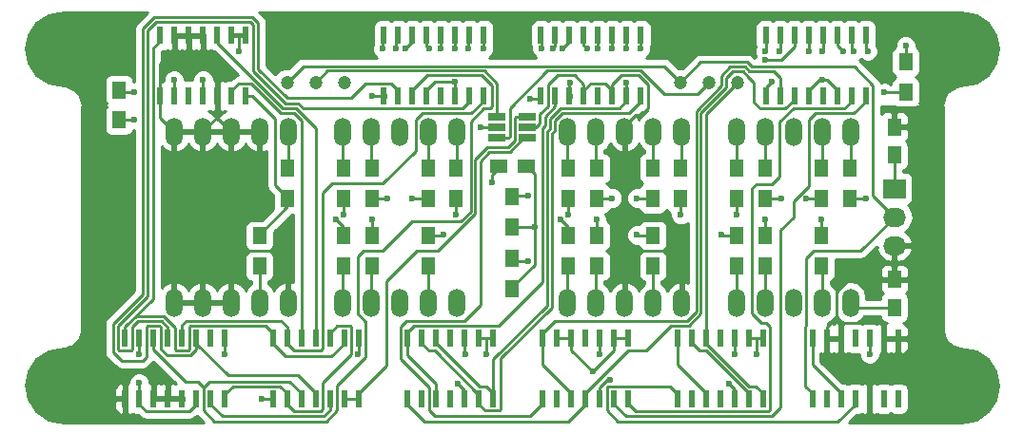
<source format=gbl>
G04 #@! TF.FileFunction,Copper,L4,Bot,Signal*
%FSLAX46Y46*%
G04 Gerber Fmt 4.6, Leading zero omitted, Abs format (unit mm)*
G04 Created by KiCad (PCBNEW 4.0.5) date Sat Apr  8 13:52:39 2017*
%MOMM*%
%LPD*%
G01*
G04 APERTURE LIST*
%ADD10C,0.100000*%
%ADD11R,1.300000X1.500000*%
%ADD12C,6.200000*%
%ADD13R,0.600000X1.550000*%
%ADD14R,1.500000X1.250000*%
%ADD15R,2.032000X1.727200*%
%ADD16O,2.032000X1.727200*%
%ADD17O,1.524000X2.524000*%
%ADD18R,1.560000X0.650000*%
%ADD19R,1.250000X1.500000*%
%ADD20C,1.200000*%
%ADD21C,0.600000*%
%ADD22C,0.250000*%
%ADD23C,0.254000*%
G04 APERTURE END LIST*
D10*
D11*
X142500000Y-97650000D03*
X142500000Y-100350000D03*
X142500000Y-94350000D03*
X142500000Y-91650000D03*
D12*
X195000000Y-111000000D03*
X115000000Y-111000000D03*
X115000000Y-81000000D03*
D13*
X181690000Y-106800000D03*
X182960000Y-106800000D03*
X184230000Y-106800000D03*
X185500000Y-106800000D03*
X186770000Y-106800000D03*
X188040000Y-106800000D03*
X189310000Y-106800000D03*
X189310000Y-112200000D03*
X188040000Y-112200000D03*
X185500000Y-112200000D03*
X184230000Y-112200000D03*
X182960000Y-112200000D03*
X181690000Y-112200000D03*
X186770000Y-112200000D03*
X123690000Y-79800000D03*
X124960000Y-79800000D03*
X126230000Y-79800000D03*
X127500000Y-79800000D03*
X128770000Y-79800000D03*
X130040000Y-79800000D03*
X131310000Y-79800000D03*
X131310000Y-85200000D03*
X130040000Y-85200000D03*
X127500000Y-85200000D03*
X126230000Y-85200000D03*
X124960000Y-85200000D03*
X123690000Y-85200000D03*
X128770000Y-85200000D03*
X166445000Y-85200000D03*
X165175000Y-85200000D03*
X163905000Y-85200000D03*
X162635000Y-85200000D03*
X161365000Y-85200000D03*
X160095000Y-85200000D03*
X158825000Y-85200000D03*
X157555000Y-85200000D03*
X157555000Y-79800000D03*
X160095000Y-79800000D03*
X161365000Y-79800000D03*
X162635000Y-79800000D03*
X163905000Y-79800000D03*
X158825000Y-79800000D03*
X165175000Y-79800000D03*
X166445000Y-79800000D03*
D14*
X156250000Y-91500000D03*
X153750000Y-91500000D03*
D15*
X189000000Y-93460000D03*
D16*
X189000000Y-96000000D03*
X189000000Y-98540000D03*
D11*
X190000000Y-84850000D03*
X190000000Y-82150000D03*
X120000000Y-84650000D03*
X120000000Y-87350000D03*
X135000000Y-94350000D03*
X135000000Y-91650000D03*
X132500000Y-97650000D03*
X132500000Y-100350000D03*
X147500000Y-94350000D03*
X147500000Y-91650000D03*
X150000000Y-94350000D03*
X150000000Y-91650000D03*
X147500000Y-97650000D03*
X147500000Y-100350000D03*
X140000000Y-97650000D03*
X140000000Y-100350000D03*
X140000000Y-94350000D03*
X140000000Y-91650000D03*
X155000000Y-94150000D03*
X155000000Y-96850000D03*
X155000000Y-99650000D03*
X155000000Y-102350000D03*
X167500000Y-94350000D03*
X167500000Y-91650000D03*
X170000000Y-94350000D03*
X170000000Y-91650000D03*
X167500000Y-97650000D03*
X167500000Y-100350000D03*
X162500000Y-97650000D03*
X162500000Y-100350000D03*
X160000000Y-97650000D03*
X160000000Y-100350000D03*
X162500000Y-94350000D03*
X162500000Y-91650000D03*
X160000000Y-94350000D03*
X160000000Y-91650000D03*
X182500000Y-94350000D03*
X182500000Y-91650000D03*
X185000000Y-94350000D03*
X185000000Y-91650000D03*
X182500000Y-97650000D03*
X182500000Y-100350000D03*
X177500000Y-97650000D03*
X177500000Y-100350000D03*
X175000000Y-97650000D03*
X175000000Y-100350000D03*
X177500000Y-94350000D03*
X177500000Y-91650000D03*
X175000000Y-94350000D03*
X175000000Y-91650000D03*
D17*
X124920000Y-103620000D03*
X127460000Y-103620000D03*
X130000000Y-103620000D03*
X132540000Y-103620000D03*
X135080000Y-103620000D03*
X135080000Y-88380000D03*
X132540000Y-88380000D03*
X130000000Y-88380000D03*
X127460000Y-88380000D03*
X124920000Y-88380000D03*
X139920000Y-103620000D03*
X142460000Y-103620000D03*
X145000000Y-103620000D03*
X147540000Y-103620000D03*
X150080000Y-103620000D03*
X150080000Y-88380000D03*
X147540000Y-88380000D03*
X145000000Y-88380000D03*
X142460000Y-88380000D03*
X139920000Y-88380000D03*
X159920000Y-103620000D03*
X162460000Y-103620000D03*
X165000000Y-103620000D03*
X167540000Y-103620000D03*
X170080000Y-103620000D03*
X170080000Y-88380000D03*
X167540000Y-88380000D03*
X165000000Y-88380000D03*
X162460000Y-88380000D03*
X159920000Y-88380000D03*
X174920000Y-103620000D03*
X177460000Y-103620000D03*
X180000000Y-103620000D03*
X182540000Y-103620000D03*
X185080000Y-103620000D03*
X185080000Y-88380000D03*
X182540000Y-88380000D03*
X180000000Y-88380000D03*
X177460000Y-88380000D03*
X174920000Y-88380000D03*
D13*
X169690000Y-106800000D03*
X170960000Y-106800000D03*
X172230000Y-106800000D03*
X173500000Y-106800000D03*
X174770000Y-106800000D03*
X176040000Y-106800000D03*
X177310000Y-106800000D03*
X177310000Y-112200000D03*
X176040000Y-112200000D03*
X173500000Y-112200000D03*
X172230000Y-112200000D03*
X170960000Y-112200000D03*
X169690000Y-112200000D03*
X174770000Y-112200000D03*
D18*
X153650000Y-88950000D03*
X153650000Y-88000000D03*
X153650000Y-87050000D03*
X156350000Y-87050000D03*
X156350000Y-88950000D03*
X156350000Y-88000000D03*
D13*
X157690000Y-106800000D03*
X158960000Y-106800000D03*
X160230000Y-106800000D03*
X161500000Y-106800000D03*
X162770000Y-106800000D03*
X164040000Y-106800000D03*
X165310000Y-106800000D03*
X165310000Y-112200000D03*
X164040000Y-112200000D03*
X161500000Y-112200000D03*
X160230000Y-112200000D03*
X158960000Y-112200000D03*
X157690000Y-112200000D03*
X162770000Y-112200000D03*
X145690000Y-106800000D03*
X146960000Y-106800000D03*
X148230000Y-106800000D03*
X149500000Y-106800000D03*
X150770000Y-106800000D03*
X152040000Y-106800000D03*
X153310000Y-106800000D03*
X153310000Y-112200000D03*
X152040000Y-112200000D03*
X149500000Y-112200000D03*
X148230000Y-112200000D03*
X146960000Y-112200000D03*
X145690000Y-112200000D03*
X150770000Y-112200000D03*
X141310000Y-112200000D03*
X140040000Y-112200000D03*
X138770000Y-112200000D03*
X137500000Y-112200000D03*
X136230000Y-112200000D03*
X134960000Y-112200000D03*
X133690000Y-112200000D03*
X133690000Y-106800000D03*
X134960000Y-106800000D03*
X137500000Y-106800000D03*
X138770000Y-106800000D03*
X140040000Y-106800000D03*
X141310000Y-106800000D03*
X136230000Y-106800000D03*
X152445000Y-85200000D03*
X151175000Y-85200000D03*
X149905000Y-85200000D03*
X148635000Y-85200000D03*
X147365000Y-85200000D03*
X146095000Y-85200000D03*
X144825000Y-85200000D03*
X143555000Y-85200000D03*
X143555000Y-79800000D03*
X146095000Y-79800000D03*
X147365000Y-79800000D03*
X148635000Y-79800000D03*
X149905000Y-79800000D03*
X144825000Y-79800000D03*
X151175000Y-79800000D03*
X152445000Y-79800000D03*
X186445000Y-85200000D03*
X185175000Y-85200000D03*
X183905000Y-85200000D03*
X182635000Y-85200000D03*
X181365000Y-85200000D03*
X180095000Y-85200000D03*
X178825000Y-85200000D03*
X177555000Y-85200000D03*
X177555000Y-79800000D03*
X180095000Y-79800000D03*
X181365000Y-79800000D03*
X182635000Y-79800000D03*
X183905000Y-79800000D03*
X178825000Y-79800000D03*
X185175000Y-79800000D03*
X186445000Y-79800000D03*
X129445000Y-112200000D03*
X128175000Y-112200000D03*
X126905000Y-112200000D03*
X125635000Y-112200000D03*
X124365000Y-112200000D03*
X123095000Y-112200000D03*
X121825000Y-112200000D03*
X120555000Y-112200000D03*
X120555000Y-106800000D03*
X123095000Y-106800000D03*
X124365000Y-106800000D03*
X125635000Y-106800000D03*
X126905000Y-106800000D03*
X121825000Y-106800000D03*
X128175000Y-106800000D03*
X129445000Y-106800000D03*
D19*
X189000000Y-104040000D03*
X189000000Y-101540000D03*
X189000000Y-90460000D03*
X189000000Y-87960000D03*
D12*
X195000000Y-81000000D03*
D20*
X140040000Y-84000000D03*
X137500000Y-84000000D03*
X134960000Y-84000000D03*
X175040000Y-84000000D03*
X172500000Y-84000000D03*
X169960000Y-84000000D03*
D21*
X157000000Y-96850000D03*
X190000000Y-80750000D03*
X150800000Y-108200000D03*
X149900000Y-83945860D03*
X121800000Y-110800000D03*
X129400000Y-108200000D03*
X121400000Y-87300000D03*
X121800000Y-108200000D03*
X182600000Y-83800000D03*
X186651737Y-81200000D03*
X166400000Y-81003871D03*
X152400000Y-81003871D03*
X130700000Y-81200000D03*
X141300000Y-108200000D03*
X162800000Y-108200000D03*
X174800000Y-108200000D03*
X186800000Y-108200000D03*
X178100000Y-83900000D03*
X160100000Y-84000000D03*
X153200000Y-92900000D03*
X156564441Y-85414441D03*
X142491747Y-85191746D03*
X127500000Y-83800000D03*
X152200000Y-88000000D03*
X162150000Y-109775002D03*
X132700000Y-112200000D03*
X150173059Y-110826941D03*
X152700000Y-108200000D03*
X163659593Y-110474999D03*
X174265558Y-110834442D03*
X176700000Y-108200000D03*
X188100000Y-84900000D03*
X121400000Y-84900000D03*
X124900000Y-83800000D03*
X156400000Y-94100000D03*
X156400000Y-99900000D03*
X146100000Y-94300000D03*
X148600000Y-81003871D03*
X150000000Y-95800000D03*
X147627890Y-81000011D03*
X145477858Y-81003871D03*
X148900000Y-97600000D03*
X142500000Y-96200000D03*
X144676165Y-81003871D03*
X143500000Y-81003871D03*
X139300000Y-96200000D03*
X143900000Y-94300000D03*
X151100000Y-81003871D03*
X149900000Y-81003871D03*
X140000000Y-95800000D03*
X166100000Y-94300000D03*
X162600000Y-80973289D03*
X161625032Y-80973300D03*
X170000000Y-95800000D03*
X166100000Y-97600000D03*
X159475000Y-81000003D03*
X162500000Y-96200000D03*
X158603313Y-81003870D03*
X157600000Y-80973289D03*
X159334358Y-96243761D03*
X163900000Y-94300000D03*
X165100000Y-80973289D03*
X163900000Y-80973289D03*
X160000000Y-95800000D03*
X181100000Y-94350000D03*
X182600000Y-81225801D03*
X181400000Y-81200000D03*
X186475000Y-94300000D03*
X177500677Y-81999217D03*
X182500000Y-96200000D03*
X177500000Y-96200000D03*
X178800906Y-81199871D03*
X173600000Y-97600000D03*
X177500198Y-81199205D03*
X178900000Y-94300000D03*
X185401735Y-81198953D03*
X184404443Y-81195557D03*
X175000000Y-95800000D03*
X165174999Y-83991732D03*
D22*
X123690000Y-82310000D02*
X124960000Y-81040000D01*
X124960000Y-81040000D02*
X124960000Y-79800000D01*
X123690000Y-85200000D02*
X123690000Y-82310000D01*
X155000000Y-102350000D02*
X155000000Y-102250000D01*
X157000000Y-100250000D02*
X157000000Y-96850000D01*
X155000000Y-102250000D02*
X157000000Y-100250000D01*
X157000000Y-92150000D02*
X157000000Y-96850000D01*
X155000000Y-96850000D02*
X157000000Y-96850000D01*
X156250000Y-91500000D02*
X156350000Y-91500000D01*
X156350000Y-91500000D02*
X157000000Y-92150000D01*
X190000000Y-82150000D02*
X190000000Y-80750000D01*
X150770000Y-106800000D02*
X150770000Y-108170000D01*
X150770000Y-108170000D02*
X150800000Y-108200000D01*
X161365000Y-84175000D02*
X160550850Y-83360850D01*
X149905000Y-83950860D02*
X149900000Y-83945860D01*
X163905000Y-84175000D02*
X164719150Y-83360850D01*
X158200000Y-84164998D02*
X158200000Y-86103762D01*
X160550850Y-83360850D02*
X159004148Y-83360850D01*
X161365000Y-85200000D02*
X161365000Y-84175000D01*
X149905000Y-85200000D02*
X149905000Y-83950860D01*
X166012000Y-86868000D02*
X165000000Y-87880000D01*
X166512000Y-86868000D02*
X166012000Y-86868000D01*
X167070001Y-84165000D02*
X167070001Y-86309999D01*
X165000000Y-87880000D02*
X165000000Y-88380000D01*
X164719150Y-83360850D02*
X166265851Y-83360850D01*
X147365000Y-84725000D02*
X148144140Y-83945860D01*
X148144140Y-83945860D02*
X149900000Y-83945860D01*
X147365000Y-85200000D02*
X147365000Y-84725000D01*
X167070001Y-86309999D02*
X166512000Y-86868000D01*
X159004148Y-83360850D02*
X158200000Y-84164998D01*
X166265851Y-83360850D02*
X167070001Y-84165000D01*
X163905000Y-85200000D02*
X163905000Y-84175000D01*
X168400000Y-99000000D02*
X170080000Y-100680000D01*
X170080000Y-100680000D02*
X170080000Y-103620000D01*
X166600000Y-99000000D02*
X168400000Y-99000000D01*
X165000000Y-100600000D02*
X166600000Y-99000000D01*
X165000000Y-103620000D02*
X165000000Y-100600000D01*
X126905000Y-112200000D02*
X126905000Y-112675000D01*
X126905000Y-112675000D02*
X126279999Y-113300001D01*
X126279999Y-113300001D02*
X122450001Y-113300001D01*
X122450001Y-113300001D02*
X121825000Y-112675000D01*
X121825000Y-112675000D02*
X121825000Y-112200000D01*
X121825000Y-112200000D02*
X121825000Y-110825000D01*
X121825000Y-110825000D02*
X121800000Y-110800000D01*
X189000000Y-90460000D02*
X189000000Y-93460000D01*
X189000000Y-104040000D02*
X185500000Y-104040000D01*
X185500000Y-104040000D02*
X185080000Y-103620000D01*
X129445000Y-106800000D02*
X129445000Y-108155000D01*
X129445000Y-108155000D02*
X129400000Y-108200000D01*
X156350000Y-88000000D02*
X157090002Y-88000000D01*
X157090002Y-88000000D02*
X157466933Y-87623069D01*
X157466933Y-87623069D02*
X157466933Y-86836829D01*
X157466933Y-86836829D02*
X158200000Y-86103762D01*
X156250000Y-91500000D02*
X156100000Y-91500000D01*
X121350000Y-87350000D02*
X121400000Y-87300000D01*
X120000000Y-87350000D02*
X121350000Y-87350000D01*
X121825000Y-106800000D02*
X121825000Y-108175000D01*
X121825000Y-108175000D02*
X121800000Y-108200000D01*
X130040000Y-79800000D02*
X130700000Y-79800000D01*
X130000000Y-103620000D02*
X130000000Y-100600000D01*
X135080000Y-100380000D02*
X135080000Y-103620000D01*
X133700000Y-99000000D02*
X135080000Y-100380000D01*
X130000000Y-100600000D02*
X131600000Y-99000000D01*
X131600000Y-99000000D02*
X133700000Y-99000000D01*
X131310000Y-79800000D02*
X130700000Y-79800000D01*
X130700000Y-79800000D02*
X130700000Y-81200000D01*
X128770000Y-85200000D02*
X128770000Y-87150000D01*
X128770000Y-87150000D02*
X130000000Y-88380000D01*
X128770000Y-85200000D02*
X128770000Y-87070000D01*
X128770000Y-87070000D02*
X127460000Y-88380000D01*
X123690000Y-85200000D02*
X123690000Y-87150000D01*
X123690000Y-87150000D02*
X124920000Y-88380000D01*
X161365000Y-85200000D02*
X161365000Y-84725000D01*
X161365000Y-84725000D02*
X161990001Y-84099999D01*
X161990001Y-84099999D02*
X163279999Y-84099999D01*
X163279999Y-84099999D02*
X163905000Y-84725000D01*
X163905000Y-84725000D02*
X163905000Y-85200000D01*
X185710000Y-104250000D02*
X185080000Y-103620000D01*
X182600000Y-83800000D02*
X183024264Y-83800000D01*
X183024264Y-83800000D02*
X183905000Y-84680736D01*
X183905000Y-84680736D02*
X183905000Y-85200000D01*
X181365000Y-85200000D02*
X181365000Y-84725000D01*
X181365000Y-84725000D02*
X182290000Y-83800000D01*
X182290000Y-83800000D02*
X182600000Y-83800000D01*
X186445000Y-79800000D02*
X186445000Y-80993263D01*
X186445000Y-80993263D02*
X186651737Y-81200000D01*
X166445000Y-79800000D02*
X166445000Y-80958871D01*
X166445000Y-80958871D02*
X166400000Y-81003871D01*
X152445000Y-79800000D02*
X152445000Y-80958871D01*
X152445000Y-80958871D02*
X152400000Y-81003871D01*
X126230000Y-79800000D02*
X127500000Y-79800000D01*
X126230000Y-79800000D02*
X124960000Y-79800000D01*
X141310000Y-106800000D02*
X141310000Y-108190000D01*
X141310000Y-108190000D02*
X141300000Y-108200000D01*
X162770000Y-106800000D02*
X162770000Y-108170000D01*
X162770000Y-108170000D02*
X162800000Y-108200000D01*
X174770000Y-106800000D02*
X174770000Y-108170000D01*
X174770000Y-108170000D02*
X174800000Y-108200000D01*
X186770000Y-106800000D02*
X186770000Y-108170000D01*
X186770000Y-108170000D02*
X186800000Y-108200000D01*
X160230000Y-106800000D02*
X160230000Y-107855002D01*
X160230000Y-107855002D02*
X162150000Y-109775002D01*
X177555000Y-85200000D02*
X177555000Y-84445000D01*
X177555000Y-84445000D02*
X178100000Y-83900000D01*
X160095000Y-85200000D02*
X160095000Y-84005000D01*
X160095000Y-84005000D02*
X160100000Y-84000000D01*
X184230000Y-106800000D02*
X184230000Y-105670000D01*
X184230000Y-105670000D02*
X184500000Y-105400000D01*
X188040000Y-105775000D02*
X188040000Y-106800000D01*
X184500000Y-105400000D02*
X187665000Y-105400000D01*
X187665000Y-105400000D02*
X188040000Y-105775000D01*
X182960000Y-106800000D02*
X182960000Y-105775000D01*
X182960000Y-105775000D02*
X183810486Y-104924514D01*
X183810486Y-104924514D02*
X183810486Y-102685615D01*
X183810486Y-102685615D02*
X184956101Y-101540000D01*
X184956101Y-101540000D02*
X189000000Y-101540000D01*
X153200000Y-92200000D02*
X153200000Y-92900000D01*
X153750000Y-91650000D02*
X153200000Y-92200000D01*
X153750000Y-91500000D02*
X153750000Y-91650000D01*
X156564441Y-85414441D02*
X157340559Y-85414441D01*
X157340559Y-85414441D02*
X157555000Y-85200000D01*
X143555000Y-85200000D02*
X142500001Y-85200000D01*
X142500001Y-85200000D02*
X142491747Y-85191746D01*
X127500000Y-85200000D02*
X127500000Y-83800000D01*
X153650000Y-88000000D02*
X152200000Y-88000000D01*
X164040000Y-106800000D02*
X164040000Y-107885002D01*
X164040000Y-107885002D02*
X162150000Y-109775002D01*
X133690000Y-112200000D02*
X132700000Y-112200000D01*
X150770000Y-112200000D02*
X150770000Y-111423882D01*
X150770000Y-111423882D02*
X150173059Y-110826941D01*
X152700000Y-106800000D02*
X153310000Y-106800000D01*
X152040000Y-106800000D02*
X152700000Y-106800000D01*
X152700000Y-106800000D02*
X152700000Y-108200000D01*
X158960000Y-106800000D02*
X160230000Y-106800000D01*
X165310000Y-106800000D02*
X164040000Y-106800000D01*
X162770000Y-112200000D02*
X162770000Y-111173588D01*
X162770000Y-111173588D02*
X163468589Y-110474999D01*
X163468589Y-110474999D02*
X163659593Y-110474999D01*
X174770000Y-112200000D02*
X174770000Y-111338884D01*
X174770000Y-111338884D02*
X174265558Y-110834442D01*
X184230000Y-107275000D02*
X184230000Y-106800000D01*
X176700000Y-106800000D02*
X177310000Y-106800000D01*
X176040000Y-106800000D02*
X176700000Y-106800000D01*
X176700000Y-106800000D02*
X176700000Y-108200000D01*
X188100000Y-84900000D02*
X189950000Y-84900000D01*
X189950000Y-84900000D02*
X190000000Y-84850000D01*
X136419172Y-82540828D02*
X168500828Y-82540828D01*
X134960000Y-84000000D02*
X136419172Y-82540828D01*
X168500828Y-82540828D02*
X169960000Y-84000000D01*
X189000000Y-96000000D02*
X187100000Y-94100000D01*
X187100000Y-94100000D02*
X187100000Y-84266998D01*
X187100000Y-84266998D02*
X185430751Y-82597749D01*
X171769367Y-82190633D02*
X169960000Y-84000000D01*
X185430751Y-82597749D02*
X176294949Y-82597749D01*
X176294949Y-82597749D02*
X175887833Y-82190633D01*
X175887833Y-82190633D02*
X171769367Y-82190633D01*
X181824198Y-99000000D02*
X186000000Y-99000000D01*
X189000000Y-96000000D02*
X186000000Y-99000000D01*
X189000000Y-96000000D02*
X189000000Y-95998115D01*
X181690000Y-112200000D02*
X181690000Y-111690000D01*
X181690000Y-111690000D02*
X181064999Y-111064999D01*
X181064999Y-111064999D02*
X181064999Y-105764999D01*
X181064999Y-105764999D02*
X181150652Y-105679346D01*
X181150652Y-105679346D02*
X181150652Y-99673546D01*
X181150652Y-99673546D02*
X181824198Y-99000000D01*
X169960000Y-84260000D02*
X169960000Y-84000000D01*
X169960000Y-84000000D02*
X169960000Y-84167597D01*
X121400000Y-84900000D02*
X120250000Y-84900000D01*
X120250000Y-84900000D02*
X120000000Y-84650000D01*
X124900000Y-83800000D02*
X124900000Y-85140000D01*
X124900000Y-85140000D02*
X124960000Y-85200000D01*
X156400000Y-94100000D02*
X155050000Y-94100000D01*
X155050000Y-94100000D02*
X155000000Y-94150000D01*
X156400000Y-99900000D02*
X155250000Y-99900000D01*
X155250000Y-99900000D02*
X155000000Y-99650000D01*
X131310000Y-85200000D02*
X131860000Y-85200000D01*
X131860000Y-85200000D02*
X133925090Y-87265090D01*
X133925090Y-87265090D02*
X133925090Y-93175090D01*
X133925090Y-93175090D02*
X135000000Y-94250000D01*
X135000000Y-94250000D02*
X135000000Y-94350000D01*
X135000000Y-95050000D02*
X135000000Y-94350000D01*
X132500000Y-97650000D02*
X132500000Y-97550000D01*
X132500000Y-97550000D02*
X135000000Y-95050000D01*
X135080000Y-88380000D02*
X135080000Y-91570000D01*
X135080000Y-91570000D02*
X135000000Y-91650000D01*
X147500000Y-94350000D02*
X146150000Y-94350000D01*
X146150000Y-94350000D02*
X146100000Y-94300000D01*
X148600000Y-81003871D02*
X148600000Y-79835000D01*
X148600000Y-79835000D02*
X148635000Y-79800000D01*
X147500000Y-94350000D02*
X147259751Y-94350000D01*
X147540000Y-88380000D02*
X147540000Y-91610000D01*
X147540000Y-91610000D02*
X147500000Y-91650000D01*
X150000000Y-94350000D02*
X150000000Y-95800000D01*
X147365000Y-79800000D02*
X147365000Y-80825000D01*
X147365000Y-80825000D02*
X147540011Y-81000011D01*
X147540011Y-81000011D02*
X147627890Y-81000011D01*
X150080000Y-88380000D02*
X150080000Y-91570000D01*
X150080000Y-91570000D02*
X150000000Y-91650000D01*
X146095000Y-79800000D02*
X146095000Y-80386729D01*
X146095000Y-80386729D02*
X145477858Y-81003871D01*
X147500000Y-97650000D02*
X148850000Y-97650000D01*
X148850000Y-97650000D02*
X148900000Y-97600000D01*
X147540000Y-103620000D02*
X147540000Y-100390000D01*
X147540000Y-100390000D02*
X147500000Y-100350000D01*
X142500000Y-97650000D02*
X142500000Y-96200000D01*
X144676165Y-81003871D02*
X144676165Y-79948835D01*
X144676165Y-79948835D02*
X144825000Y-79800000D01*
X142500000Y-97650000D02*
X142500000Y-96900000D01*
X142460000Y-103620000D02*
X142460000Y-100390000D01*
X142460000Y-100390000D02*
X142500000Y-100350000D01*
X143500000Y-81003871D02*
X143500000Y-79855000D01*
X143500000Y-79855000D02*
X143555000Y-79800000D01*
X140000000Y-97650000D02*
X140000000Y-96900000D01*
X140000000Y-96900000D02*
X139300000Y-96200000D01*
X139920000Y-103620000D02*
X139920000Y-100430000D01*
X139920000Y-100430000D02*
X140000000Y-100350000D01*
X142500000Y-94350000D02*
X143850000Y-94350000D01*
X143850000Y-94350000D02*
X143900000Y-94300000D01*
X151100000Y-81003871D02*
X151100000Y-79875000D01*
X151100000Y-79875000D02*
X151175000Y-79800000D01*
X142460000Y-88380000D02*
X142460000Y-91610000D01*
X142460000Y-91610000D02*
X142500000Y-91650000D01*
X149900000Y-81003871D02*
X149900000Y-79805000D01*
X149900000Y-79805000D02*
X149905000Y-79800000D01*
X140000000Y-94350000D02*
X140000000Y-95800000D01*
X139920000Y-88380000D02*
X139920000Y-91570000D01*
X139920000Y-91570000D02*
X140000000Y-91650000D01*
X167500000Y-94350000D02*
X166150000Y-94350000D01*
X166150000Y-94350000D02*
X166100000Y-94300000D01*
X162600000Y-80973289D02*
X162600000Y-79835000D01*
X162600000Y-79835000D02*
X162635000Y-79800000D01*
X167540000Y-88380000D02*
X167540000Y-91610000D01*
X167540000Y-91610000D02*
X167500000Y-91650000D01*
X161365000Y-79800000D02*
X161365000Y-80713268D01*
X161365000Y-80713268D02*
X161625032Y-80973300D01*
X170000000Y-94350000D02*
X170000000Y-95800000D01*
X170080000Y-88380000D02*
X170080000Y-91570000D01*
X170080000Y-91570000D02*
X170000000Y-91650000D01*
X167500000Y-97650000D02*
X166150000Y-97650000D01*
X166150000Y-97650000D02*
X166100000Y-97600000D01*
X160095000Y-79800000D02*
X160095000Y-80380003D01*
X160095000Y-80380003D02*
X159475000Y-81000003D01*
X167540000Y-103620000D02*
X167540000Y-100390000D01*
X167540000Y-100390000D02*
X167500000Y-100350000D01*
X162500000Y-97650000D02*
X162500000Y-96200000D01*
X158825000Y-80825000D02*
X158646130Y-81003870D01*
X158646130Y-81003870D02*
X158603313Y-81003870D01*
X158825000Y-79800000D02*
X158825000Y-80825000D01*
X162500000Y-97650000D02*
X162500000Y-96909403D01*
X162460000Y-103620000D02*
X162460000Y-100390000D01*
X162460000Y-100390000D02*
X162500000Y-100350000D01*
X157600000Y-80973289D02*
X157600000Y-79845000D01*
X157600000Y-79845000D02*
X157555000Y-79800000D01*
X160000000Y-97650000D02*
X160000000Y-96909403D01*
X160000000Y-96909403D02*
X159334358Y-96243761D01*
X159920000Y-103620000D02*
X159920000Y-100430000D01*
X159920000Y-100430000D02*
X160000000Y-100350000D01*
X162500000Y-94350000D02*
X163850000Y-94350000D01*
X163850000Y-94350000D02*
X163900000Y-94300000D01*
X165100000Y-80973289D02*
X165100000Y-79875000D01*
X165100000Y-79875000D02*
X165175000Y-79800000D01*
X162460000Y-88380000D02*
X162460000Y-91610000D01*
X162460000Y-91610000D02*
X162500000Y-91650000D01*
X163900000Y-80973289D02*
X163900000Y-79805000D01*
X163900000Y-79805000D02*
X163905000Y-79800000D01*
X160000000Y-94350000D02*
X160000000Y-95800000D01*
X159920000Y-88380000D02*
X159920000Y-91570000D01*
X159920000Y-91570000D02*
X160000000Y-91650000D01*
X182500000Y-94350000D02*
X181100000Y-94350000D01*
X182635000Y-81190801D02*
X182600000Y-81225801D01*
X182635000Y-79800000D02*
X182635000Y-81190801D01*
X182540000Y-88380000D02*
X182540000Y-91610000D01*
X182540000Y-91610000D02*
X182500000Y-91650000D01*
X181400000Y-81200000D02*
X181400000Y-79835000D01*
X181400000Y-79835000D02*
X181365000Y-79800000D01*
X185000000Y-94350000D02*
X186425000Y-94350000D01*
X186425000Y-94350000D02*
X186475000Y-94300000D01*
X185080000Y-88380000D02*
X185080000Y-91570000D01*
X185080000Y-91570000D02*
X185000000Y-91650000D01*
X178920783Y-81999217D02*
X177500677Y-81999217D01*
X180095000Y-79800000D02*
X180095000Y-80825000D01*
X180095000Y-80825000D02*
X178920783Y-81999217D01*
X182500000Y-97650000D02*
X182500000Y-96200000D01*
X182540000Y-103620000D02*
X182540000Y-100390000D01*
X182540000Y-100390000D02*
X182500000Y-100350000D01*
X177500000Y-97650000D02*
X177500000Y-96200000D01*
X178825000Y-81175777D02*
X178800906Y-81199871D01*
X178825000Y-79800000D02*
X178825000Y-81175777D01*
X177460000Y-103620000D02*
X177460000Y-100390000D01*
X177460000Y-100390000D02*
X177500000Y-100350000D01*
X175000000Y-97650000D02*
X173650000Y-97650000D01*
X173650000Y-97650000D02*
X173600000Y-97600000D01*
X177555000Y-79800000D02*
X177555000Y-81144403D01*
X177555000Y-81144403D02*
X177500198Y-81199205D01*
X174920000Y-103620000D02*
X174920000Y-100430000D01*
X174920000Y-100430000D02*
X175000000Y-100350000D01*
X177500000Y-94350000D02*
X178850000Y-94350000D01*
X178850000Y-94350000D02*
X178900000Y-94300000D01*
X185175000Y-79800000D02*
X185175000Y-80972218D01*
X185175000Y-80972218D02*
X185401735Y-81198953D01*
X177460000Y-88380000D02*
X177460000Y-91610000D01*
X177460000Y-91610000D02*
X177500000Y-91650000D01*
X183905000Y-79800000D02*
X183905000Y-80696114D01*
X183905000Y-80696114D02*
X184404443Y-81195557D01*
X175000000Y-94350000D02*
X175000000Y-95800000D01*
X174920000Y-88380000D02*
X174920000Y-91570000D01*
X174920000Y-91570000D02*
X175000000Y-91650000D01*
X172500000Y-84000000D02*
X171500000Y-85000000D01*
X154773819Y-88856181D02*
X154680000Y-88950000D01*
X154773819Y-86321179D02*
X154773819Y-88856181D01*
X158144159Y-82950839D02*
X154773819Y-86321179D01*
X168484843Y-85000000D02*
X166435682Y-82950839D01*
X171500000Y-85000000D02*
X168484843Y-85000000D01*
X166435682Y-82950839D02*
X158144159Y-82950839D01*
X154680000Y-88950000D02*
X153650000Y-88950000D01*
X172230000Y-86810000D02*
X172230000Y-106800000D01*
X175040000Y-84000000D02*
X172230000Y-86810000D01*
X172230000Y-106800000D02*
X172230000Y-107275000D01*
X172230000Y-107275000D02*
X176054999Y-111099999D01*
X176684999Y-111099999D02*
X177310000Y-111725000D01*
X176054999Y-111099999D02*
X176684999Y-111099999D01*
X177310000Y-111725000D02*
X177310000Y-112200000D01*
X153650000Y-84115915D02*
X153650000Y-87050000D01*
X137500000Y-84000000D02*
X138549161Y-82950839D01*
X138549161Y-82950839D02*
X152484924Y-82950839D01*
X152484924Y-82950839D02*
X153650000Y-84115915D01*
X164502560Y-86297440D02*
X159313107Y-86297440D01*
X158101218Y-88405051D02*
X158101218Y-103880940D01*
X153310000Y-108672158D02*
X153310000Y-112200000D01*
X165175000Y-85625000D02*
X164502560Y-86297440D01*
X165175000Y-85200000D02*
X165175000Y-85625000D01*
X159313107Y-86297440D02*
X158403550Y-87206997D01*
X158403550Y-87206997D02*
X158403550Y-88102719D01*
X158403550Y-88102719D02*
X158101218Y-88405051D01*
X158101218Y-103880940D02*
X153310000Y-108672158D01*
X148230000Y-107230000D02*
X152139999Y-111139999D01*
X152724999Y-111139999D02*
X153310000Y-111725000D01*
X152139999Y-111139999D02*
X152724999Y-111139999D01*
X153310000Y-111725000D02*
X153310000Y-112200000D01*
X148230000Y-106800000D02*
X148230000Y-107230000D01*
X153310000Y-112200000D02*
X153310000Y-112675000D01*
X165175000Y-83991733D02*
X165174999Y-83991732D01*
X165175000Y-85200000D02*
X165175000Y-83991733D01*
X148230000Y-106325000D02*
X148230000Y-106800000D01*
X148230000Y-107275000D02*
X148230000Y-106800000D01*
X184230000Y-111730000D02*
X181690000Y-109190000D01*
X181690000Y-109190000D02*
X181690000Y-106800000D01*
X184230000Y-112200000D02*
X184230000Y-111730000D01*
X169690000Y-112200000D02*
X169690000Y-111790000D01*
X169690000Y-111790000D02*
X168999999Y-111099999D01*
X183974981Y-114200019D02*
X185500000Y-112675000D01*
X168999999Y-111099999D02*
X163479999Y-111099999D01*
X163479999Y-111099999D02*
X163414999Y-111164999D01*
X163414999Y-111164999D02*
X163414999Y-113235001D01*
X163414999Y-113235001D02*
X164380017Y-114200019D01*
X164380017Y-114200019D02*
X183974981Y-114200019D01*
X185500000Y-112675000D02*
X185500000Y-112200000D01*
X169690000Y-112690000D02*
X169690000Y-112200000D01*
X172230000Y-111730000D02*
X169690000Y-109190000D01*
X169690000Y-109190000D02*
X169690000Y-106800000D01*
X172230000Y-112200000D02*
X172230000Y-111730000D01*
X170960000Y-106800000D02*
X170960000Y-107190002D01*
X170960000Y-107190002D02*
X171669999Y-107900001D01*
X171669999Y-107900001D02*
X172215001Y-107900001D01*
X172215001Y-107900001D02*
X176040000Y-111725000D01*
X176040000Y-111725000D02*
X176040000Y-112200000D01*
X141310000Y-112200000D02*
X141310000Y-111690000D01*
X141310000Y-111690000D02*
X143794174Y-109205826D01*
X143794174Y-109205826D02*
X143794174Y-101705826D01*
X143794174Y-101705826D02*
X146500000Y-99000000D01*
X155320000Y-87050000D02*
X156350000Y-87050000D01*
X146500000Y-99000000D02*
X148379641Y-99000000D01*
X155223830Y-89177348D02*
X155223830Y-87146170D01*
X148379641Y-99000000D02*
X151709699Y-95669942D01*
X151709699Y-95669942D02*
X151709699Y-90888109D01*
X151709699Y-90888109D02*
X152799433Y-89798375D01*
X152799433Y-89798375D02*
X154602803Y-89798375D01*
X154602803Y-89798375D02*
X155223830Y-89177348D01*
X155223830Y-87146170D02*
X155320000Y-87050000D01*
X140040000Y-112200000D02*
X141310000Y-112200000D01*
X157690000Y-112200000D02*
X157690000Y-112610000D01*
X157690000Y-112610000D02*
X156552110Y-113747890D01*
X156552110Y-113747890D02*
X148117888Y-113747890D01*
X148117888Y-113747890D02*
X147604999Y-113235001D01*
X147604999Y-113235001D02*
X147604999Y-111164999D01*
X147604999Y-111164999D02*
X145098586Y-108658586D01*
X152153929Y-103846071D02*
X152153929Y-91023721D01*
X152153929Y-91023721D02*
X152969264Y-90208386D01*
X145098586Y-108658586D02*
X145098586Y-105803412D01*
X150704230Y-105295770D02*
X152153929Y-103846071D01*
X152969264Y-90208386D02*
X154772633Y-90208386D01*
X154772633Y-90208386D02*
X156031019Y-88950000D01*
X156031019Y-88950000D02*
X156350000Y-88950000D01*
X145098586Y-105803412D02*
X145606228Y-105295770D01*
X145606228Y-105295770D02*
X150704230Y-105295770D01*
X157690000Y-112200000D02*
X157690000Y-112710000D01*
X178825000Y-85200000D02*
X178825000Y-83575000D01*
X178825000Y-83575000D02*
X178257759Y-83007759D01*
X178257759Y-83007759D02*
X176087733Y-83007759D01*
X176087733Y-83007759D02*
X175680617Y-82600643D01*
X175680617Y-82600643D02*
X174401096Y-82600643D01*
X158767266Y-105247734D02*
X157690000Y-106325000D01*
X157690000Y-106325000D02*
X157690000Y-106800000D01*
X174401096Y-82600643D02*
X173589894Y-83411845D01*
X173589894Y-83411845D02*
X173589894Y-84290422D01*
X173589894Y-84290422D02*
X171369979Y-86510336D01*
X171369979Y-86510336D02*
X171369979Y-104445962D01*
X171369979Y-104445962D02*
X170568207Y-105247734D01*
X170568207Y-105247734D02*
X158767266Y-105247734D01*
X160230000Y-111730000D02*
X157690000Y-109190000D01*
X157690000Y-109190000D02*
X157690000Y-106800000D01*
X160230000Y-112200000D02*
X160230000Y-111730000D01*
X177950497Y-113149682D02*
X177950497Y-105780495D01*
X165310000Y-112200000D02*
X165310000Y-112610000D01*
X185175000Y-85675000D02*
X185175000Y-85200000D01*
X165310000Y-112610000D02*
X166000001Y-113300001D01*
X176301566Y-93445655D02*
X176696920Y-93050301D01*
X177144346Y-105398960D02*
X176301566Y-104556180D01*
X177568962Y-105398960D02*
X177144346Y-105398960D01*
X166000001Y-113300001D02*
X177800178Y-113300001D01*
X179998256Y-86300001D02*
X184549999Y-86300001D01*
X184549999Y-86300001D02*
X185175000Y-85675000D01*
X177800178Y-113300001D02*
X177950497Y-113149682D01*
X178803388Y-92374130D02*
X178803388Y-87494869D01*
X177950497Y-105780495D02*
X177568962Y-105398960D01*
X176301566Y-104556180D02*
X176301566Y-93445655D01*
X176696920Y-93050301D02*
X178127217Y-93050301D01*
X178127217Y-93050301D02*
X178803388Y-92374130D01*
X178803388Y-87494869D02*
X179998256Y-86300001D01*
X165310000Y-111725000D02*
X165310000Y-112200000D01*
X164040000Y-112200000D02*
X164040000Y-112675000D01*
X165115012Y-113750012D02*
X178056401Y-113750012D01*
X178056401Y-113750012D02*
X178849364Y-112957049D01*
X181999988Y-86750012D02*
X185369989Y-86750011D01*
X164040000Y-112675000D02*
X165115012Y-113750012D01*
X186445000Y-85675000D02*
X186445000Y-85200000D01*
X178849364Y-112957049D02*
X178849364Y-97150636D01*
X178849364Y-97150636D02*
X179997931Y-96002069D01*
X181401544Y-93201760D02*
X181401544Y-87348456D01*
X179997931Y-96002069D02*
X179997931Y-94605373D01*
X181401544Y-87348456D02*
X181999988Y-86750012D01*
X179997931Y-94605373D02*
X181401544Y-93201760D01*
X185369989Y-86750011D02*
X186445000Y-85675000D01*
X164040000Y-111725000D02*
X164040000Y-112200000D01*
X169139011Y-105697745D02*
X170698038Y-105697745D01*
X166936755Y-107900001D02*
X169139011Y-105697745D01*
X176498802Y-85748802D02*
X177049129Y-86299129D01*
X161500000Y-112200000D02*
X161500000Y-111725000D01*
X161500000Y-111725000D02*
X165324999Y-107900001D01*
X165324999Y-107900001D02*
X166936755Y-107900001D01*
X171779990Y-104615793D02*
X171779990Y-86680168D01*
X170698038Y-105697745D02*
X171779990Y-104615793D01*
X171779990Y-86680168D02*
X173999905Y-84460254D01*
X173999905Y-84460254D02*
X173999905Y-83600095D01*
X173999905Y-83600095D02*
X174589346Y-83010654D01*
X175510788Y-83010654D02*
X176000134Y-83500000D01*
X174589346Y-83010654D02*
X175510788Y-83010654D01*
X176000134Y-83500000D02*
X176000134Y-83500134D01*
X176000134Y-83500134D02*
X176498802Y-83998802D01*
X176498802Y-83998802D02*
X176498802Y-85748802D01*
X177049129Y-86299129D02*
X179313873Y-86299129D01*
X179313873Y-86299129D02*
X180095000Y-85518002D01*
X180095000Y-85518002D02*
X180095000Y-85200000D01*
X145690000Y-112200000D02*
X145690000Y-112675000D01*
X145690000Y-112675000D02*
X147212901Y-114197901D01*
X147212901Y-114197901D02*
X159977099Y-114197901D01*
X159977099Y-114197901D02*
X161500000Y-112675000D01*
X161500000Y-112675000D02*
X161500000Y-112200000D01*
X145690000Y-106800000D02*
X145690000Y-106310000D01*
X146294220Y-105705780D02*
X153794283Y-105705780D01*
X145690000Y-106310000D02*
X146294220Y-105705780D01*
X157676312Y-101823751D02*
X157676312Y-88050101D01*
X157676312Y-88050101D02*
X157916944Y-87809469D01*
X153794283Y-105705780D02*
X157676312Y-101823751D01*
X157916944Y-87809469D02*
X157916944Y-87023228D01*
X157916944Y-87023228D02*
X158825000Y-86115173D01*
X158825000Y-86115173D02*
X158825000Y-85200000D01*
X145690000Y-106800000D02*
X145690000Y-108334120D01*
X145690000Y-108334120D02*
X148230000Y-110874120D01*
X148230000Y-110874120D02*
X148230000Y-112200000D01*
X166445000Y-85200000D02*
X166445000Y-85675000D01*
X166445000Y-85675000D02*
X165412549Y-86707451D01*
X165412549Y-86707451D02*
X159492549Y-86707451D01*
X153838001Y-113260001D02*
X152625001Y-113260001D01*
X159492549Y-86707451D02*
X158813561Y-87386439D01*
X153999359Y-108562642D02*
X153999359Y-113098643D01*
X152040000Y-112675000D02*
X152040000Y-112200000D01*
X158813561Y-87386439D02*
X158813561Y-88272551D01*
X158813561Y-88272551D02*
X158511229Y-88574882D01*
X158511229Y-88574882D02*
X158511229Y-104050772D01*
X158511229Y-104050772D02*
X153999359Y-108562642D01*
X153999359Y-113098643D02*
X153838001Y-113260001D01*
X152625001Y-113260001D02*
X152040000Y-112675000D01*
X152040000Y-112200000D02*
X152040000Y-111851575D01*
X152040000Y-111851575D02*
X148088426Y-107900001D01*
X146960000Y-107275000D02*
X146960000Y-106800000D01*
X148088426Y-107900001D02*
X147585001Y-107900001D01*
X147585001Y-107900001D02*
X146960000Y-107275000D01*
X146960000Y-106800000D02*
X146960000Y-106325000D01*
X135898761Y-110098761D02*
X129728761Y-110098761D01*
X137500000Y-111700000D02*
X135898761Y-110098761D01*
X137500000Y-112200000D02*
X137500000Y-111700000D01*
X122125002Y-79174479D02*
X122125002Y-102883095D01*
X122469999Y-108455005D02*
X122469999Y-105764999D01*
X122469999Y-105764999D02*
X122534999Y-105699999D01*
X119479988Y-108021401D02*
X120283589Y-108825002D01*
X122100002Y-108825002D02*
X122469999Y-108455005D01*
X132398165Y-78696490D02*
X131844249Y-78142574D01*
X120283589Y-108825002D02*
X122100002Y-108825002D01*
X123156907Y-78142574D02*
X122125002Y-79174479D01*
X119479988Y-105528109D02*
X119479988Y-108021401D01*
X131844249Y-78142574D02*
X123156907Y-78142574D01*
X122125002Y-102883095D02*
X119479988Y-105528109D01*
X134971962Y-85398819D02*
X132398165Y-82825022D01*
X122534999Y-105699999D02*
X123607502Y-105699999D01*
X123607502Y-105699999D02*
X123720001Y-105812499D01*
X132398165Y-82825022D02*
X132398165Y-78696490D01*
X140646593Y-85398819D02*
X134971962Y-85398819D01*
X123720001Y-105812499D02*
X123720001Y-107781291D01*
X141945413Y-84099999D02*
X140646593Y-85398819D01*
X144199999Y-84099999D02*
X141945413Y-84099999D01*
X123720001Y-107781291D02*
X124288721Y-108350011D01*
X124288721Y-108350011D02*
X126381401Y-108350011D01*
X126905000Y-107826412D02*
X126905000Y-106800000D01*
X144825000Y-84725000D02*
X144199999Y-84099999D01*
X144825000Y-85200000D02*
X144825000Y-84725000D01*
X126381401Y-108350011D02*
X126905000Y-107826412D01*
X137500000Y-112200000D02*
X137500000Y-111901025D01*
X129728761Y-110098761D02*
X126905000Y-107275000D01*
X126905000Y-107275000D02*
X126905000Y-106800000D01*
X137500000Y-112200000D02*
X137500000Y-112675000D01*
X146095000Y-84725000D02*
X146095000Y-85200000D01*
X153005001Y-86300001D02*
X153199989Y-86105013D01*
X151299688Y-87456722D02*
X152456409Y-86300001D01*
X141797705Y-99000000D02*
X143467506Y-99000000D01*
X151299688Y-95500113D02*
X151299688Y-87456722D01*
X143467506Y-99000000D02*
X146070898Y-96396608D01*
X150403193Y-96396608D02*
X151299688Y-95500113D01*
X141254548Y-104622094D02*
X141254548Y-99543157D01*
X127549999Y-113235001D02*
X128516077Y-114201079D01*
X141956514Y-105324060D02*
X141254548Y-104622094D01*
X141956514Y-108446062D02*
X141956514Y-105324060D01*
X139414999Y-113217824D02*
X139414999Y-110987577D01*
X147459150Y-83360850D02*
X146095000Y-84725000D01*
X127549999Y-111164999D02*
X127549999Y-113235001D01*
X153199989Y-84302315D02*
X152258524Y-83360850D01*
X128516077Y-114201079D02*
X138431744Y-114201079D01*
X141254548Y-99543157D02*
X141797705Y-99000000D01*
X146070898Y-96396608D02*
X150403193Y-96396608D01*
X138431744Y-114201079D02*
X139414999Y-113217824D01*
X139414999Y-110987577D02*
X141956514Y-108446062D01*
X152456409Y-86300001D02*
X153005001Y-86300001D01*
X152258524Y-83360850D02*
X147459150Y-83360850D01*
X153199989Y-86105013D02*
X153199989Y-84302315D01*
X125952289Y-110649989D02*
X127034989Y-110649989D01*
X127549999Y-111164999D02*
X127034989Y-110649989D01*
X135154989Y-110649989D02*
X128065009Y-110649989D01*
X128065009Y-110649989D02*
X127549999Y-111164999D01*
X123095000Y-106800000D02*
X123095000Y-107792700D01*
X123095000Y-107792700D02*
X125952289Y-110649989D01*
X135154989Y-110649989D02*
X136230000Y-111725000D01*
X136230000Y-111725000D02*
X136230000Y-112200000D01*
X133039857Y-105674857D02*
X133690000Y-106325000D01*
X126370141Y-105674857D02*
X133039857Y-105674857D01*
X121531947Y-104798053D02*
X123978376Y-104798053D01*
X123978376Y-104798053D02*
X125009999Y-105829676D01*
X125009999Y-105829676D02*
X125009999Y-107835001D01*
X125074999Y-107900001D02*
X126195001Y-107900001D01*
X125009999Y-107835001D02*
X125074999Y-107900001D01*
X126195001Y-107900001D02*
X126260001Y-107835001D01*
X126260001Y-107835001D02*
X126260001Y-105784997D01*
X133690000Y-106325000D02*
X133690000Y-106800000D01*
X126260001Y-105784997D02*
X126370141Y-105674857D01*
X123690000Y-79800000D02*
X123690000Y-80310000D01*
X123025024Y-103304976D02*
X120555000Y-105775000D01*
X123690000Y-80310000D02*
X123025024Y-80974976D01*
X123025024Y-80974976D02*
X123025024Y-103304976D01*
X120555000Y-106800000D02*
X120555000Y-105775000D01*
X120555000Y-105775000D02*
X121531947Y-104798053D01*
X120555000Y-106800000D02*
X120555000Y-106445000D01*
X133690000Y-106800000D02*
X133690000Y-107275000D01*
X140040000Y-107275000D02*
X140040000Y-106800000D01*
X138928110Y-108386890D02*
X140040000Y-107275000D01*
X133690000Y-107275000D02*
X134801890Y-108386890D01*
X134801890Y-108386890D02*
X138928110Y-108386890D01*
X134960000Y-106800000D02*
X134960000Y-107275000D01*
X138125001Y-107750000D02*
X138125001Y-93874999D01*
X134960000Y-107275000D02*
X135585001Y-107900001D01*
X135585001Y-107900001D02*
X137975000Y-107900001D01*
X147000000Y-86750012D02*
X150651401Y-86750012D01*
X137975000Y-107900001D02*
X138125001Y-107750000D01*
X143500000Y-93000000D02*
X146398808Y-90101192D01*
X138125001Y-93874999D02*
X139000000Y-93000000D01*
X139000000Y-93000000D02*
X143500000Y-93000000D01*
X146398808Y-87351204D02*
X147000000Y-86750012D01*
X150651401Y-86750012D02*
X150651559Y-86749854D01*
X146398808Y-90101192D02*
X146398808Y-87351204D01*
X150651559Y-86749854D02*
X151370146Y-86749854D01*
X152445000Y-85675000D02*
X152445000Y-85200000D01*
X151370146Y-86749854D02*
X152445000Y-85675000D01*
X134960000Y-106800000D02*
X134960000Y-105775000D01*
X134960000Y-105775000D02*
X134409847Y-105224847D01*
X134409847Y-105224847D02*
X126016596Y-105224847D01*
X126016596Y-105224847D02*
X125635000Y-105606443D01*
X125635000Y-105606443D02*
X125635000Y-106800000D01*
X125635000Y-107275000D02*
X125635000Y-106800000D01*
X129319679Y-81019679D02*
X128770000Y-80470000D01*
X137500000Y-106800000D02*
X137500000Y-88037291D01*
X134599162Y-86298841D02*
X129320000Y-81019679D01*
X137500000Y-88037291D02*
X135761550Y-86298841D01*
X135761550Y-86298841D02*
X134599162Y-86298841D01*
X129320000Y-81019679D02*
X129319679Y-81019679D01*
X128770000Y-80470000D02*
X128770000Y-79800000D01*
X130040000Y-84725000D02*
X130040000Y-85200000D01*
X131763910Y-84099999D02*
X130665001Y-84099999D01*
X135575150Y-86748852D02*
X134412762Y-86748852D01*
X136230000Y-87403702D02*
X135575150Y-86748852D01*
X134412762Y-86748852D02*
X131763910Y-84099999D01*
X136230000Y-106800000D02*
X136230000Y-87403702D01*
X130665001Y-84099999D02*
X130040000Y-84725000D01*
X151175000Y-85200000D02*
X151175000Y-85675000D01*
X150549999Y-86300001D02*
X136400760Y-86300001D01*
X151175000Y-85675000D02*
X150549999Y-86300001D01*
X135949589Y-85848830D02*
X134785562Y-85848830D01*
X131935001Y-82998269D02*
X131935001Y-78869736D01*
X136400760Y-86300001D02*
X135949589Y-85848830D01*
X134785562Y-85848830D02*
X131935001Y-82998269D01*
X131935001Y-78869736D02*
X131665265Y-78600000D01*
X131665265Y-78600000D02*
X123335891Y-78600000D01*
X121717830Y-105249988D02*
X121180001Y-105787817D01*
X122575013Y-79360878D02*
X123335891Y-78600000D01*
X122575013Y-103069495D02*
X122575013Y-79360878D01*
X119929999Y-105714509D02*
X122575013Y-103069495D01*
X121115001Y-107900001D02*
X119994999Y-107900001D01*
X121180001Y-107835001D02*
X121115001Y-107900001D01*
X121180001Y-105787817D02*
X121180001Y-107835001D01*
X119994999Y-107900001D02*
X119929999Y-107835001D01*
X119929999Y-107835001D02*
X119929999Y-105714509D01*
X123421103Y-105249988D02*
X121717830Y-105249988D01*
X123793905Y-105249990D02*
X123421103Y-105249988D01*
X124365000Y-105821087D02*
X123793905Y-105249990D01*
X124365000Y-106800000D02*
X124365000Y-105821087D01*
X138770000Y-112200000D02*
X138770000Y-113226413D01*
X138770000Y-113226413D02*
X138246283Y-113750130D01*
X138246283Y-113750130D02*
X129250130Y-113750130D01*
X129250130Y-113750130D02*
X128175000Y-112675000D01*
X128175000Y-112675000D02*
X128175000Y-112200000D01*
X138770000Y-106325000D02*
X138770000Y-106800000D01*
X140665001Y-105764999D02*
X140600001Y-105699999D01*
X138144999Y-113100832D02*
X138144999Y-110736965D01*
X135585001Y-113300001D02*
X137945830Y-113300001D01*
X137945830Y-113300001D02*
X138144999Y-113100832D01*
X134960000Y-112675000D02*
X135585001Y-113300001D01*
X138144999Y-110736965D02*
X140665001Y-108216963D01*
X140665001Y-108216963D02*
X140665001Y-105764999D01*
X139395001Y-105699999D02*
X138770000Y-106325000D01*
X140600001Y-105699999D02*
X139395001Y-105699999D01*
X134960000Y-112200000D02*
X134960000Y-112675000D01*
X129445000Y-112200000D02*
X129445000Y-111805000D01*
X134334999Y-111099999D02*
X134960000Y-111725000D01*
X129445000Y-111805000D02*
X130150001Y-111099999D01*
X130150001Y-111099999D02*
X134334999Y-111099999D01*
X134960000Y-111725000D02*
X134960000Y-112200000D01*
X132540000Y-103620000D02*
X132540000Y-100390000D01*
X132540000Y-100390000D02*
X132500000Y-100350000D01*
D23*
G36*
X189098110Y-86196431D02*
X189350000Y-86247440D01*
X190650000Y-86247440D01*
X190885317Y-86203162D01*
X191003676Y-86127000D01*
X193290000Y-86127000D01*
X193290000Y-106000000D01*
X193303642Y-106068584D01*
X193303642Y-106138513D01*
X193379762Y-106521196D01*
X193399395Y-106568593D01*
X193485776Y-106777138D01*
X193702549Y-107101561D01*
X193702550Y-107101562D01*
X193898438Y-107297451D01*
X194222862Y-107514223D01*
X194328877Y-107558136D01*
X194478804Y-107620238D01*
X194861486Y-107696358D01*
X196253707Y-107973288D01*
X197316546Y-108683454D01*
X198026712Y-109746295D01*
X198276090Y-111000000D01*
X198026712Y-112253705D01*
X197316546Y-113316546D01*
X196253707Y-114026712D01*
X194930069Y-114290000D01*
X184959802Y-114290000D01*
X185627362Y-113622440D01*
X185800000Y-113622440D01*
X186035317Y-113578162D01*
X186125981Y-113519821D01*
X186343691Y-113610000D01*
X186484250Y-113610000D01*
X186643000Y-113451250D01*
X186643000Y-112327000D01*
X186623000Y-112327000D01*
X186623000Y-112073000D01*
X186643000Y-112073000D01*
X186643000Y-110948750D01*
X186897000Y-110948750D01*
X186897000Y-112073000D01*
X186917000Y-112073000D01*
X186917000Y-112327000D01*
X186897000Y-112327000D01*
X186897000Y-113451250D01*
X187055750Y-113610000D01*
X187196309Y-113610000D01*
X187413121Y-113520193D01*
X187488110Y-113571431D01*
X187740000Y-113622440D01*
X188340000Y-113622440D01*
X188575317Y-113578162D01*
X188674528Y-113514322D01*
X188758110Y-113571431D01*
X189010000Y-113622440D01*
X189610000Y-113622440D01*
X189845317Y-113578162D01*
X190061441Y-113439090D01*
X190206431Y-113226890D01*
X190257440Y-112975000D01*
X190257440Y-111425000D01*
X190213162Y-111189683D01*
X190074090Y-110973559D01*
X189861890Y-110828569D01*
X189610000Y-110777560D01*
X189010000Y-110777560D01*
X188774683Y-110821838D01*
X188675472Y-110885678D01*
X188591890Y-110828569D01*
X188340000Y-110777560D01*
X187740000Y-110777560D01*
X187504683Y-110821838D01*
X187414019Y-110880179D01*
X187196309Y-110790000D01*
X187055750Y-110790000D01*
X186897000Y-110948750D01*
X186643000Y-110948750D01*
X186484250Y-110790000D01*
X186343691Y-110790000D01*
X186126879Y-110879807D01*
X186051890Y-110828569D01*
X185800000Y-110777560D01*
X185200000Y-110777560D01*
X184964683Y-110821838D01*
X184865472Y-110885678D01*
X184781890Y-110828569D01*
X184530000Y-110777560D01*
X184352362Y-110777560D01*
X182450000Y-108875198D01*
X182450000Y-108175334D01*
X182533691Y-108210000D01*
X182674250Y-108210000D01*
X182833000Y-108051250D01*
X182833000Y-106927000D01*
X183087000Y-106927000D01*
X183087000Y-108051250D01*
X183245750Y-108210000D01*
X183386309Y-108210000D01*
X183595000Y-108123557D01*
X183803691Y-108210000D01*
X183944250Y-108210000D01*
X184103000Y-108051250D01*
X184103000Y-106927000D01*
X183087000Y-106927000D01*
X182833000Y-106927000D01*
X182813000Y-106927000D01*
X182813000Y-106673000D01*
X182833000Y-106673000D01*
X182833000Y-106653000D01*
X183087000Y-106653000D01*
X183087000Y-106673000D01*
X184103000Y-106673000D01*
X184103000Y-105548750D01*
X183944250Y-105390000D01*
X183803691Y-105390000D01*
X183595000Y-105476443D01*
X183386309Y-105390000D01*
X183245750Y-105390000D01*
X183087002Y-105548748D01*
X183087002Y-105439543D01*
X183527828Y-105144992D01*
X183810000Y-104722693D01*
X184092172Y-105144992D01*
X184492960Y-105412790D01*
X184357000Y-105548750D01*
X184357000Y-106673000D01*
X184377000Y-106673000D01*
X184377000Y-106927000D01*
X184357000Y-106927000D01*
X184357000Y-108051250D01*
X184515750Y-108210000D01*
X184656309Y-108210000D01*
X184873121Y-108120193D01*
X184948110Y-108171431D01*
X185200000Y-108222440D01*
X185800000Y-108222440D01*
X185864990Y-108210211D01*
X185864838Y-108385167D01*
X186006883Y-108728943D01*
X186269673Y-108992192D01*
X186613201Y-109134838D01*
X186985167Y-109135162D01*
X187328943Y-108993117D01*
X187592192Y-108730327D01*
X187734838Y-108386799D01*
X187734992Y-108210000D01*
X187754250Y-108210000D01*
X187913000Y-108051250D01*
X187913000Y-106927000D01*
X188167000Y-106927000D01*
X188167000Y-108051250D01*
X188325750Y-108210000D01*
X188466309Y-108210000D01*
X188675000Y-108123557D01*
X188883691Y-108210000D01*
X189024250Y-108210000D01*
X189183000Y-108051250D01*
X189183000Y-106927000D01*
X189437000Y-106927000D01*
X189437000Y-108051250D01*
X189595750Y-108210000D01*
X189736309Y-108210000D01*
X189969698Y-108113327D01*
X190148327Y-107934699D01*
X190245000Y-107701310D01*
X190245000Y-107085750D01*
X190086250Y-106927000D01*
X189437000Y-106927000D01*
X189183000Y-106927000D01*
X188167000Y-106927000D01*
X187913000Y-106927000D01*
X187893000Y-106927000D01*
X187893000Y-106673000D01*
X187913000Y-106673000D01*
X187913000Y-105548750D01*
X187754250Y-105390000D01*
X187613691Y-105390000D01*
X187396879Y-105479807D01*
X187321890Y-105428569D01*
X187070000Y-105377560D01*
X186470000Y-105377560D01*
X186234683Y-105421838D01*
X186135472Y-105485678D01*
X186051890Y-105428569D01*
X185800000Y-105377560D01*
X185719766Y-105377560D01*
X186067828Y-105144992D01*
X186298345Y-104800000D01*
X187729442Y-104800000D01*
X187771838Y-105025317D01*
X187910910Y-105241441D01*
X188123110Y-105386431D01*
X188294593Y-105421157D01*
X188167000Y-105548750D01*
X188167000Y-106673000D01*
X189183000Y-106673000D01*
X189183000Y-106653000D01*
X189437000Y-106653000D01*
X189437000Y-106673000D01*
X190086250Y-106673000D01*
X190245000Y-106514250D01*
X190245000Y-105898690D01*
X190148327Y-105665301D01*
X189969698Y-105486673D01*
X189780294Y-105408219D01*
X189860317Y-105393162D01*
X190076441Y-105254090D01*
X190221431Y-105041890D01*
X190272440Y-104790000D01*
X190272440Y-103290000D01*
X190228162Y-103054683D01*
X190089090Y-102838559D01*
X190020994Y-102792031D01*
X190163327Y-102649698D01*
X190260000Y-102416309D01*
X190260000Y-101825750D01*
X190101250Y-101667000D01*
X189127000Y-101667000D01*
X189127000Y-101687000D01*
X188873000Y-101687000D01*
X188873000Y-101667000D01*
X187898750Y-101667000D01*
X187740000Y-101825750D01*
X187740000Y-102416309D01*
X187836673Y-102649698D01*
X187977910Y-102790936D01*
X187923559Y-102825910D01*
X187778569Y-103038110D01*
X187729585Y-103280000D01*
X186477000Y-103280000D01*
X186477000Y-103082836D01*
X186370660Y-102548227D01*
X186067828Y-102095008D01*
X185614609Y-101792176D01*
X185080000Y-101685836D01*
X184545391Y-101792176D01*
X184092172Y-102095008D01*
X183810000Y-102517307D01*
X183527828Y-102095008D01*
X183300000Y-101942778D01*
X183300000Y-101719216D01*
X183385317Y-101703162D01*
X183601441Y-101564090D01*
X183746431Y-101351890D01*
X183797440Y-101100000D01*
X183797440Y-100663691D01*
X187740000Y-100663691D01*
X187740000Y-101254250D01*
X187898750Y-101413000D01*
X188873000Y-101413000D01*
X188873000Y-100313750D01*
X189127000Y-100313750D01*
X189127000Y-101413000D01*
X190101250Y-101413000D01*
X190260000Y-101254250D01*
X190260000Y-100663691D01*
X190163327Y-100430302D01*
X189984699Y-100251673D01*
X189751310Y-100155000D01*
X189285750Y-100155000D01*
X189127000Y-100313750D01*
X188873000Y-100313750D01*
X188714250Y-100155000D01*
X188248690Y-100155000D01*
X188015301Y-100251673D01*
X187836673Y-100430302D01*
X187740000Y-100663691D01*
X183797440Y-100663691D01*
X183797440Y-99760000D01*
X186000000Y-99760000D01*
X186290839Y-99702148D01*
X186537401Y-99537401D01*
X187407800Y-98667002D01*
X187513782Y-98667002D01*
X187392642Y-98899026D01*
X187395291Y-98914791D01*
X187649268Y-99442036D01*
X188085680Y-99831954D01*
X188638087Y-100025184D01*
X188873000Y-99880924D01*
X188873000Y-98667000D01*
X189127000Y-98667000D01*
X189127000Y-99880924D01*
X189361913Y-100025184D01*
X189914320Y-99831954D01*
X190350732Y-99442036D01*
X190604709Y-98914791D01*
X190607358Y-98899026D01*
X190486217Y-98667000D01*
X189127000Y-98667000D01*
X188873000Y-98667000D01*
X188853000Y-98667000D01*
X188853000Y-98413000D01*
X188873000Y-98413000D01*
X188873000Y-98393000D01*
X189127000Y-98393000D01*
X189127000Y-98413000D01*
X190486217Y-98413000D01*
X190607358Y-98180974D01*
X190604709Y-98165209D01*
X190350732Y-97637964D01*
X189934931Y-97266461D01*
X190244415Y-97059670D01*
X190569271Y-96573489D01*
X190683345Y-96000000D01*
X190569271Y-95426511D01*
X190244415Y-94940330D01*
X190230087Y-94930757D01*
X190251317Y-94926762D01*
X190467441Y-94787690D01*
X190612431Y-94575490D01*
X190663440Y-94323600D01*
X190663440Y-92596400D01*
X190619162Y-92361083D01*
X190480090Y-92144959D01*
X190267890Y-91999969D01*
X190016000Y-91948960D01*
X189760000Y-91948960D01*
X189760000Y-91832038D01*
X189860317Y-91813162D01*
X190076441Y-91674090D01*
X190221431Y-91461890D01*
X190272440Y-91210000D01*
X190272440Y-89710000D01*
X190228162Y-89474683D01*
X190089090Y-89258559D01*
X190020994Y-89212031D01*
X190163327Y-89069698D01*
X190260000Y-88836309D01*
X190260000Y-88245750D01*
X190101250Y-88087000D01*
X189127000Y-88087000D01*
X189127000Y-88107000D01*
X188873000Y-88107000D01*
X188873000Y-88087000D01*
X188853000Y-88087000D01*
X188853000Y-87833000D01*
X188873000Y-87833000D01*
X188873000Y-86733750D01*
X189127000Y-86733750D01*
X189127000Y-87833000D01*
X190101250Y-87833000D01*
X190260000Y-87674250D01*
X190260000Y-87083691D01*
X190163327Y-86850302D01*
X189984699Y-86671673D01*
X189751310Y-86575000D01*
X189285750Y-86575000D01*
X189127000Y-86733750D01*
X188873000Y-86733750D01*
X188714250Y-86575000D01*
X188248690Y-86575000D01*
X188015301Y-86671673D01*
X187860000Y-86826975D01*
X187860000Y-86127000D01*
X188996494Y-86127000D01*
X189098110Y-86196431D01*
X189098110Y-86196431D01*
G37*
X189098110Y-86196431D02*
X189350000Y-86247440D01*
X190650000Y-86247440D01*
X190885317Y-86203162D01*
X191003676Y-86127000D01*
X193290000Y-86127000D01*
X193290000Y-106000000D01*
X193303642Y-106068584D01*
X193303642Y-106138513D01*
X193379762Y-106521196D01*
X193399395Y-106568593D01*
X193485776Y-106777138D01*
X193702549Y-107101561D01*
X193702550Y-107101562D01*
X193898438Y-107297451D01*
X194222862Y-107514223D01*
X194328877Y-107558136D01*
X194478804Y-107620238D01*
X194861486Y-107696358D01*
X196253707Y-107973288D01*
X197316546Y-108683454D01*
X198026712Y-109746295D01*
X198276090Y-111000000D01*
X198026712Y-112253705D01*
X197316546Y-113316546D01*
X196253707Y-114026712D01*
X194930069Y-114290000D01*
X184959802Y-114290000D01*
X185627362Y-113622440D01*
X185800000Y-113622440D01*
X186035317Y-113578162D01*
X186125981Y-113519821D01*
X186343691Y-113610000D01*
X186484250Y-113610000D01*
X186643000Y-113451250D01*
X186643000Y-112327000D01*
X186623000Y-112327000D01*
X186623000Y-112073000D01*
X186643000Y-112073000D01*
X186643000Y-110948750D01*
X186897000Y-110948750D01*
X186897000Y-112073000D01*
X186917000Y-112073000D01*
X186917000Y-112327000D01*
X186897000Y-112327000D01*
X186897000Y-113451250D01*
X187055750Y-113610000D01*
X187196309Y-113610000D01*
X187413121Y-113520193D01*
X187488110Y-113571431D01*
X187740000Y-113622440D01*
X188340000Y-113622440D01*
X188575317Y-113578162D01*
X188674528Y-113514322D01*
X188758110Y-113571431D01*
X189010000Y-113622440D01*
X189610000Y-113622440D01*
X189845317Y-113578162D01*
X190061441Y-113439090D01*
X190206431Y-113226890D01*
X190257440Y-112975000D01*
X190257440Y-111425000D01*
X190213162Y-111189683D01*
X190074090Y-110973559D01*
X189861890Y-110828569D01*
X189610000Y-110777560D01*
X189010000Y-110777560D01*
X188774683Y-110821838D01*
X188675472Y-110885678D01*
X188591890Y-110828569D01*
X188340000Y-110777560D01*
X187740000Y-110777560D01*
X187504683Y-110821838D01*
X187414019Y-110880179D01*
X187196309Y-110790000D01*
X187055750Y-110790000D01*
X186897000Y-110948750D01*
X186643000Y-110948750D01*
X186484250Y-110790000D01*
X186343691Y-110790000D01*
X186126879Y-110879807D01*
X186051890Y-110828569D01*
X185800000Y-110777560D01*
X185200000Y-110777560D01*
X184964683Y-110821838D01*
X184865472Y-110885678D01*
X184781890Y-110828569D01*
X184530000Y-110777560D01*
X184352362Y-110777560D01*
X182450000Y-108875198D01*
X182450000Y-108175334D01*
X182533691Y-108210000D01*
X182674250Y-108210000D01*
X182833000Y-108051250D01*
X182833000Y-106927000D01*
X183087000Y-106927000D01*
X183087000Y-108051250D01*
X183245750Y-108210000D01*
X183386309Y-108210000D01*
X183595000Y-108123557D01*
X183803691Y-108210000D01*
X183944250Y-108210000D01*
X184103000Y-108051250D01*
X184103000Y-106927000D01*
X183087000Y-106927000D01*
X182833000Y-106927000D01*
X182813000Y-106927000D01*
X182813000Y-106673000D01*
X182833000Y-106673000D01*
X182833000Y-106653000D01*
X183087000Y-106653000D01*
X183087000Y-106673000D01*
X184103000Y-106673000D01*
X184103000Y-105548750D01*
X183944250Y-105390000D01*
X183803691Y-105390000D01*
X183595000Y-105476443D01*
X183386309Y-105390000D01*
X183245750Y-105390000D01*
X183087002Y-105548748D01*
X183087002Y-105439543D01*
X183527828Y-105144992D01*
X183810000Y-104722693D01*
X184092172Y-105144992D01*
X184492960Y-105412790D01*
X184357000Y-105548750D01*
X184357000Y-106673000D01*
X184377000Y-106673000D01*
X184377000Y-106927000D01*
X184357000Y-106927000D01*
X184357000Y-108051250D01*
X184515750Y-108210000D01*
X184656309Y-108210000D01*
X184873121Y-108120193D01*
X184948110Y-108171431D01*
X185200000Y-108222440D01*
X185800000Y-108222440D01*
X185864990Y-108210211D01*
X185864838Y-108385167D01*
X186006883Y-108728943D01*
X186269673Y-108992192D01*
X186613201Y-109134838D01*
X186985167Y-109135162D01*
X187328943Y-108993117D01*
X187592192Y-108730327D01*
X187734838Y-108386799D01*
X187734992Y-108210000D01*
X187754250Y-108210000D01*
X187913000Y-108051250D01*
X187913000Y-106927000D01*
X188167000Y-106927000D01*
X188167000Y-108051250D01*
X188325750Y-108210000D01*
X188466309Y-108210000D01*
X188675000Y-108123557D01*
X188883691Y-108210000D01*
X189024250Y-108210000D01*
X189183000Y-108051250D01*
X189183000Y-106927000D01*
X189437000Y-106927000D01*
X189437000Y-108051250D01*
X189595750Y-108210000D01*
X189736309Y-108210000D01*
X189969698Y-108113327D01*
X190148327Y-107934699D01*
X190245000Y-107701310D01*
X190245000Y-107085750D01*
X190086250Y-106927000D01*
X189437000Y-106927000D01*
X189183000Y-106927000D01*
X188167000Y-106927000D01*
X187913000Y-106927000D01*
X187893000Y-106927000D01*
X187893000Y-106673000D01*
X187913000Y-106673000D01*
X187913000Y-105548750D01*
X187754250Y-105390000D01*
X187613691Y-105390000D01*
X187396879Y-105479807D01*
X187321890Y-105428569D01*
X187070000Y-105377560D01*
X186470000Y-105377560D01*
X186234683Y-105421838D01*
X186135472Y-105485678D01*
X186051890Y-105428569D01*
X185800000Y-105377560D01*
X185719766Y-105377560D01*
X186067828Y-105144992D01*
X186298345Y-104800000D01*
X187729442Y-104800000D01*
X187771838Y-105025317D01*
X187910910Y-105241441D01*
X188123110Y-105386431D01*
X188294593Y-105421157D01*
X188167000Y-105548750D01*
X188167000Y-106673000D01*
X189183000Y-106673000D01*
X189183000Y-106653000D01*
X189437000Y-106653000D01*
X189437000Y-106673000D01*
X190086250Y-106673000D01*
X190245000Y-106514250D01*
X190245000Y-105898690D01*
X190148327Y-105665301D01*
X189969698Y-105486673D01*
X189780294Y-105408219D01*
X189860317Y-105393162D01*
X190076441Y-105254090D01*
X190221431Y-105041890D01*
X190272440Y-104790000D01*
X190272440Y-103290000D01*
X190228162Y-103054683D01*
X190089090Y-102838559D01*
X190020994Y-102792031D01*
X190163327Y-102649698D01*
X190260000Y-102416309D01*
X190260000Y-101825750D01*
X190101250Y-101667000D01*
X189127000Y-101667000D01*
X189127000Y-101687000D01*
X188873000Y-101687000D01*
X188873000Y-101667000D01*
X187898750Y-101667000D01*
X187740000Y-101825750D01*
X187740000Y-102416309D01*
X187836673Y-102649698D01*
X187977910Y-102790936D01*
X187923559Y-102825910D01*
X187778569Y-103038110D01*
X187729585Y-103280000D01*
X186477000Y-103280000D01*
X186477000Y-103082836D01*
X186370660Y-102548227D01*
X186067828Y-102095008D01*
X185614609Y-101792176D01*
X185080000Y-101685836D01*
X184545391Y-101792176D01*
X184092172Y-102095008D01*
X183810000Y-102517307D01*
X183527828Y-102095008D01*
X183300000Y-101942778D01*
X183300000Y-101719216D01*
X183385317Y-101703162D01*
X183601441Y-101564090D01*
X183746431Y-101351890D01*
X183797440Y-101100000D01*
X183797440Y-100663691D01*
X187740000Y-100663691D01*
X187740000Y-101254250D01*
X187898750Y-101413000D01*
X188873000Y-101413000D01*
X188873000Y-100313750D01*
X189127000Y-100313750D01*
X189127000Y-101413000D01*
X190101250Y-101413000D01*
X190260000Y-101254250D01*
X190260000Y-100663691D01*
X190163327Y-100430302D01*
X189984699Y-100251673D01*
X189751310Y-100155000D01*
X189285750Y-100155000D01*
X189127000Y-100313750D01*
X188873000Y-100313750D01*
X188714250Y-100155000D01*
X188248690Y-100155000D01*
X188015301Y-100251673D01*
X187836673Y-100430302D01*
X187740000Y-100663691D01*
X183797440Y-100663691D01*
X183797440Y-99760000D01*
X186000000Y-99760000D01*
X186290839Y-99702148D01*
X186537401Y-99537401D01*
X187407800Y-98667002D01*
X187513782Y-98667002D01*
X187392642Y-98899026D01*
X187395291Y-98914791D01*
X187649268Y-99442036D01*
X188085680Y-99831954D01*
X188638087Y-100025184D01*
X188873000Y-99880924D01*
X188873000Y-98667000D01*
X189127000Y-98667000D01*
X189127000Y-99880924D01*
X189361913Y-100025184D01*
X189914320Y-99831954D01*
X190350732Y-99442036D01*
X190604709Y-98914791D01*
X190607358Y-98899026D01*
X190486217Y-98667000D01*
X189127000Y-98667000D01*
X188873000Y-98667000D01*
X188853000Y-98667000D01*
X188853000Y-98413000D01*
X188873000Y-98413000D01*
X188873000Y-98393000D01*
X189127000Y-98393000D01*
X189127000Y-98413000D01*
X190486217Y-98413000D01*
X190607358Y-98180974D01*
X190604709Y-98165209D01*
X190350732Y-97637964D01*
X189934931Y-97266461D01*
X190244415Y-97059670D01*
X190569271Y-96573489D01*
X190683345Y-96000000D01*
X190569271Y-95426511D01*
X190244415Y-94940330D01*
X190230087Y-94930757D01*
X190251317Y-94926762D01*
X190467441Y-94787690D01*
X190612431Y-94575490D01*
X190663440Y-94323600D01*
X190663440Y-92596400D01*
X190619162Y-92361083D01*
X190480090Y-92144959D01*
X190267890Y-91999969D01*
X190016000Y-91948960D01*
X189760000Y-91948960D01*
X189760000Y-91832038D01*
X189860317Y-91813162D01*
X190076441Y-91674090D01*
X190221431Y-91461890D01*
X190272440Y-91210000D01*
X190272440Y-89710000D01*
X190228162Y-89474683D01*
X190089090Y-89258559D01*
X190020994Y-89212031D01*
X190163327Y-89069698D01*
X190260000Y-88836309D01*
X190260000Y-88245750D01*
X190101250Y-88087000D01*
X189127000Y-88087000D01*
X189127000Y-88107000D01*
X188873000Y-88107000D01*
X188873000Y-88087000D01*
X188853000Y-88087000D01*
X188853000Y-87833000D01*
X188873000Y-87833000D01*
X188873000Y-86733750D01*
X189127000Y-86733750D01*
X189127000Y-87833000D01*
X190101250Y-87833000D01*
X190260000Y-87674250D01*
X190260000Y-87083691D01*
X190163327Y-86850302D01*
X189984699Y-86671673D01*
X189751310Y-86575000D01*
X189285750Y-86575000D01*
X189127000Y-86733750D01*
X188873000Y-86733750D01*
X188714250Y-86575000D01*
X188248690Y-86575000D01*
X188015301Y-86671673D01*
X187860000Y-86826975D01*
X187860000Y-86127000D01*
X188996494Y-86127000D01*
X189098110Y-86196431D01*
G36*
X165127000Y-88253000D02*
X165147000Y-88253000D01*
X165147000Y-88507000D01*
X165127000Y-88507000D01*
X165127000Y-90111720D01*
X165343070Y-90234220D01*
X165417277Y-90219260D01*
X165898026Y-89957630D01*
X166242059Y-89531941D01*
X166260702Y-89468778D01*
X166552172Y-89904992D01*
X166780000Y-90057222D01*
X166780000Y-90265731D01*
X166614683Y-90296838D01*
X166398559Y-90435910D01*
X166253569Y-90648110D01*
X166202560Y-90900000D01*
X166202560Y-92400000D01*
X166246838Y-92635317D01*
X166385910Y-92851441D01*
X166598110Y-92996431D01*
X166611197Y-92999081D01*
X166398559Y-93135910D01*
X166253569Y-93348110D01*
X166250122Y-93365130D01*
X165914833Y-93364838D01*
X165571057Y-93506883D01*
X165307808Y-93769673D01*
X165165162Y-94113201D01*
X165164838Y-94485167D01*
X165306883Y-94828943D01*
X165569673Y-95092192D01*
X165913201Y-95234838D01*
X166227983Y-95235112D01*
X166246838Y-95335317D01*
X166385910Y-95551441D01*
X166598110Y-95696431D01*
X166850000Y-95747440D01*
X168150000Y-95747440D01*
X168385317Y-95703162D01*
X168601441Y-95564090D01*
X168746431Y-95351890D01*
X168749081Y-95338803D01*
X168885910Y-95551441D01*
X169065109Y-95673882D01*
X169064838Y-95985167D01*
X169206883Y-96328943D01*
X169469673Y-96592192D01*
X169813201Y-96734838D01*
X170185167Y-96735162D01*
X170528943Y-96593117D01*
X170609979Y-96512222D01*
X170609979Y-101842074D01*
X170497277Y-101780740D01*
X170423070Y-101765780D01*
X170207000Y-101888280D01*
X170207000Y-103493000D01*
X170227000Y-103493000D01*
X170227000Y-103747000D01*
X170207000Y-103747000D01*
X170207000Y-103767000D01*
X169953000Y-103767000D01*
X169953000Y-103747000D01*
X169933000Y-103747000D01*
X169933000Y-103493000D01*
X169953000Y-103493000D01*
X169953000Y-101888280D01*
X169736930Y-101765780D01*
X169662723Y-101780740D01*
X169181974Y-102042370D01*
X168837941Y-102468059D01*
X168819298Y-102531222D01*
X168527828Y-102095008D01*
X168300000Y-101942778D01*
X168300000Y-101719216D01*
X168385317Y-101703162D01*
X168601441Y-101564090D01*
X168746431Y-101351890D01*
X168797440Y-101100000D01*
X168797440Y-99600000D01*
X168753162Y-99364683D01*
X168614090Y-99148559D01*
X168401890Y-99003569D01*
X168388803Y-99000919D01*
X168601441Y-98864090D01*
X168746431Y-98651890D01*
X168797440Y-98400000D01*
X168797440Y-96900000D01*
X168753162Y-96664683D01*
X168614090Y-96448559D01*
X168401890Y-96303569D01*
X168150000Y-96252560D01*
X166850000Y-96252560D01*
X166614683Y-96296838D01*
X166398559Y-96435910D01*
X166253569Y-96648110D01*
X166250122Y-96665130D01*
X165914833Y-96664838D01*
X165571057Y-96806883D01*
X165307808Y-97069673D01*
X165165162Y-97413201D01*
X165164838Y-97785167D01*
X165306883Y-98128943D01*
X165569673Y-98392192D01*
X165913201Y-98534838D01*
X166227983Y-98535112D01*
X166246838Y-98635317D01*
X166385910Y-98851441D01*
X166598110Y-98996431D01*
X166611197Y-98999081D01*
X166398559Y-99135910D01*
X166253569Y-99348110D01*
X166202560Y-99600000D01*
X166202560Y-101100000D01*
X166246838Y-101335317D01*
X166385910Y-101551441D01*
X166598110Y-101696431D01*
X166780000Y-101733265D01*
X166780000Y-101942778D01*
X166552172Y-102095008D01*
X166260702Y-102531222D01*
X166242059Y-102468059D01*
X165898026Y-102042370D01*
X165417277Y-101780740D01*
X165343070Y-101765780D01*
X165127000Y-101888280D01*
X165127000Y-103493000D01*
X165147000Y-103493000D01*
X165147000Y-103747000D01*
X165127000Y-103747000D01*
X165127000Y-103767000D01*
X164873000Y-103767000D01*
X164873000Y-103747000D01*
X164853000Y-103747000D01*
X164853000Y-103493000D01*
X164873000Y-103493000D01*
X164873000Y-101888280D01*
X164656930Y-101765780D01*
X164582723Y-101780740D01*
X164101974Y-102042370D01*
X163757941Y-102468059D01*
X163739298Y-102531222D01*
X163447828Y-102095008D01*
X163220000Y-101942778D01*
X163220000Y-101734269D01*
X163385317Y-101703162D01*
X163601441Y-101564090D01*
X163746431Y-101351890D01*
X163797440Y-101100000D01*
X163797440Y-99600000D01*
X163753162Y-99364683D01*
X163614090Y-99148559D01*
X163401890Y-99003569D01*
X163388803Y-99000919D01*
X163601441Y-98864090D01*
X163746431Y-98651890D01*
X163797440Y-98400000D01*
X163797440Y-96900000D01*
X163753162Y-96664683D01*
X163614090Y-96448559D01*
X163434891Y-96326118D01*
X163435162Y-96014833D01*
X163312077Y-95716943D01*
X163385317Y-95703162D01*
X163601441Y-95564090D01*
X163746431Y-95351890D01*
X163770125Y-95234888D01*
X164085167Y-95235162D01*
X164428943Y-95093117D01*
X164692192Y-94830327D01*
X164834838Y-94486799D01*
X164835162Y-94114833D01*
X164693117Y-93771057D01*
X164430327Y-93507808D01*
X164086799Y-93365162D01*
X163753197Y-93364871D01*
X163753162Y-93364683D01*
X163614090Y-93148559D01*
X163401890Y-93003569D01*
X163388803Y-93000919D01*
X163601441Y-92864090D01*
X163746431Y-92651890D01*
X163797440Y-92400000D01*
X163797440Y-90900000D01*
X163753162Y-90664683D01*
X163614090Y-90448559D01*
X163401890Y-90303569D01*
X163220000Y-90266735D01*
X163220000Y-90057222D01*
X163447828Y-89904992D01*
X163739298Y-89468778D01*
X163757941Y-89531941D01*
X164101974Y-89957630D01*
X164582723Y-90219260D01*
X164656930Y-90234220D01*
X164873000Y-90111720D01*
X164873000Y-88507000D01*
X164853000Y-88507000D01*
X164853000Y-88253000D01*
X164873000Y-88253000D01*
X164873000Y-88233000D01*
X165127000Y-88233000D01*
X165127000Y-88253000D01*
X165127000Y-88253000D01*
G37*
X165127000Y-88253000D02*
X165147000Y-88253000D01*
X165147000Y-88507000D01*
X165127000Y-88507000D01*
X165127000Y-90111720D01*
X165343070Y-90234220D01*
X165417277Y-90219260D01*
X165898026Y-89957630D01*
X166242059Y-89531941D01*
X166260702Y-89468778D01*
X166552172Y-89904992D01*
X166780000Y-90057222D01*
X166780000Y-90265731D01*
X166614683Y-90296838D01*
X166398559Y-90435910D01*
X166253569Y-90648110D01*
X166202560Y-90900000D01*
X166202560Y-92400000D01*
X166246838Y-92635317D01*
X166385910Y-92851441D01*
X166598110Y-92996431D01*
X166611197Y-92999081D01*
X166398559Y-93135910D01*
X166253569Y-93348110D01*
X166250122Y-93365130D01*
X165914833Y-93364838D01*
X165571057Y-93506883D01*
X165307808Y-93769673D01*
X165165162Y-94113201D01*
X165164838Y-94485167D01*
X165306883Y-94828943D01*
X165569673Y-95092192D01*
X165913201Y-95234838D01*
X166227983Y-95235112D01*
X166246838Y-95335317D01*
X166385910Y-95551441D01*
X166598110Y-95696431D01*
X166850000Y-95747440D01*
X168150000Y-95747440D01*
X168385317Y-95703162D01*
X168601441Y-95564090D01*
X168746431Y-95351890D01*
X168749081Y-95338803D01*
X168885910Y-95551441D01*
X169065109Y-95673882D01*
X169064838Y-95985167D01*
X169206883Y-96328943D01*
X169469673Y-96592192D01*
X169813201Y-96734838D01*
X170185167Y-96735162D01*
X170528943Y-96593117D01*
X170609979Y-96512222D01*
X170609979Y-101842074D01*
X170497277Y-101780740D01*
X170423070Y-101765780D01*
X170207000Y-101888280D01*
X170207000Y-103493000D01*
X170227000Y-103493000D01*
X170227000Y-103747000D01*
X170207000Y-103747000D01*
X170207000Y-103767000D01*
X169953000Y-103767000D01*
X169953000Y-103747000D01*
X169933000Y-103747000D01*
X169933000Y-103493000D01*
X169953000Y-103493000D01*
X169953000Y-101888280D01*
X169736930Y-101765780D01*
X169662723Y-101780740D01*
X169181974Y-102042370D01*
X168837941Y-102468059D01*
X168819298Y-102531222D01*
X168527828Y-102095008D01*
X168300000Y-101942778D01*
X168300000Y-101719216D01*
X168385317Y-101703162D01*
X168601441Y-101564090D01*
X168746431Y-101351890D01*
X168797440Y-101100000D01*
X168797440Y-99600000D01*
X168753162Y-99364683D01*
X168614090Y-99148559D01*
X168401890Y-99003569D01*
X168388803Y-99000919D01*
X168601441Y-98864090D01*
X168746431Y-98651890D01*
X168797440Y-98400000D01*
X168797440Y-96900000D01*
X168753162Y-96664683D01*
X168614090Y-96448559D01*
X168401890Y-96303569D01*
X168150000Y-96252560D01*
X166850000Y-96252560D01*
X166614683Y-96296838D01*
X166398559Y-96435910D01*
X166253569Y-96648110D01*
X166250122Y-96665130D01*
X165914833Y-96664838D01*
X165571057Y-96806883D01*
X165307808Y-97069673D01*
X165165162Y-97413201D01*
X165164838Y-97785167D01*
X165306883Y-98128943D01*
X165569673Y-98392192D01*
X165913201Y-98534838D01*
X166227983Y-98535112D01*
X166246838Y-98635317D01*
X166385910Y-98851441D01*
X166598110Y-98996431D01*
X166611197Y-98999081D01*
X166398559Y-99135910D01*
X166253569Y-99348110D01*
X166202560Y-99600000D01*
X166202560Y-101100000D01*
X166246838Y-101335317D01*
X166385910Y-101551441D01*
X166598110Y-101696431D01*
X166780000Y-101733265D01*
X166780000Y-101942778D01*
X166552172Y-102095008D01*
X166260702Y-102531222D01*
X166242059Y-102468059D01*
X165898026Y-102042370D01*
X165417277Y-101780740D01*
X165343070Y-101765780D01*
X165127000Y-101888280D01*
X165127000Y-103493000D01*
X165147000Y-103493000D01*
X165147000Y-103747000D01*
X165127000Y-103747000D01*
X165127000Y-103767000D01*
X164873000Y-103767000D01*
X164873000Y-103747000D01*
X164853000Y-103747000D01*
X164853000Y-103493000D01*
X164873000Y-103493000D01*
X164873000Y-101888280D01*
X164656930Y-101765780D01*
X164582723Y-101780740D01*
X164101974Y-102042370D01*
X163757941Y-102468059D01*
X163739298Y-102531222D01*
X163447828Y-102095008D01*
X163220000Y-101942778D01*
X163220000Y-101734269D01*
X163385317Y-101703162D01*
X163601441Y-101564090D01*
X163746431Y-101351890D01*
X163797440Y-101100000D01*
X163797440Y-99600000D01*
X163753162Y-99364683D01*
X163614090Y-99148559D01*
X163401890Y-99003569D01*
X163388803Y-99000919D01*
X163601441Y-98864090D01*
X163746431Y-98651890D01*
X163797440Y-98400000D01*
X163797440Y-96900000D01*
X163753162Y-96664683D01*
X163614090Y-96448559D01*
X163434891Y-96326118D01*
X163435162Y-96014833D01*
X163312077Y-95716943D01*
X163385317Y-95703162D01*
X163601441Y-95564090D01*
X163746431Y-95351890D01*
X163770125Y-95234888D01*
X164085167Y-95235162D01*
X164428943Y-95093117D01*
X164692192Y-94830327D01*
X164834838Y-94486799D01*
X164835162Y-94114833D01*
X164693117Y-93771057D01*
X164430327Y-93507808D01*
X164086799Y-93365162D01*
X163753197Y-93364871D01*
X163753162Y-93364683D01*
X163614090Y-93148559D01*
X163401890Y-93003569D01*
X163388803Y-93000919D01*
X163601441Y-92864090D01*
X163746431Y-92651890D01*
X163797440Y-92400000D01*
X163797440Y-90900000D01*
X163753162Y-90664683D01*
X163614090Y-90448559D01*
X163401890Y-90303569D01*
X163220000Y-90266735D01*
X163220000Y-90057222D01*
X163447828Y-89904992D01*
X163739298Y-89468778D01*
X163757941Y-89531941D01*
X164101974Y-89957630D01*
X164582723Y-90219260D01*
X164656930Y-90234220D01*
X164873000Y-90111720D01*
X164873000Y-88507000D01*
X164853000Y-88507000D01*
X164853000Y-88253000D01*
X164873000Y-88253000D01*
X164873000Y-88233000D01*
X165127000Y-88233000D01*
X165127000Y-88253000D01*
G36*
X166552172Y-86855008D02*
X166260702Y-87291222D01*
X166242059Y-87228059D01*
X166119004Y-87075798D01*
X166572362Y-86622440D01*
X166745000Y-86622440D01*
X166961084Y-86581781D01*
X166552172Y-86855008D01*
X166552172Y-86855008D01*
G37*
X166552172Y-86855008D02*
X166260702Y-87291222D01*
X166242059Y-87228059D01*
X166119004Y-87075798D01*
X166572362Y-86622440D01*
X166745000Y-86622440D01*
X166961084Y-86581781D01*
X166552172Y-86855008D01*
G36*
X118898559Y-86135910D02*
X118753569Y-86348110D01*
X118702560Y-86600000D01*
X118702560Y-88100000D01*
X118746838Y-88335317D01*
X118885910Y-88551441D01*
X119098110Y-88696431D01*
X119350000Y-88747440D01*
X120650000Y-88747440D01*
X120885317Y-88703162D01*
X121101441Y-88564090D01*
X121246431Y-88351890D01*
X121270125Y-88234888D01*
X121365002Y-88234970D01*
X121365002Y-102568293D01*
X118942587Y-104990708D01*
X118777840Y-105237270D01*
X118719988Y-105528109D01*
X118719988Y-108021401D01*
X118777840Y-108312240D01*
X118942587Y-108558802D01*
X119746188Y-109362403D01*
X119992749Y-109527150D01*
X120041003Y-109536748D01*
X120283589Y-109585002D01*
X122100002Y-109585002D01*
X122390841Y-109527150D01*
X122637403Y-109362403D01*
X123007400Y-108992406D01*
X123092517Y-108865019D01*
X125073497Y-110845999D01*
X125000000Y-110876443D01*
X124791309Y-110790000D01*
X124650750Y-110790000D01*
X124492000Y-110948750D01*
X124492000Y-112073000D01*
X125508000Y-112073000D01*
X125508000Y-112053000D01*
X125762000Y-112053000D01*
X125762000Y-112073000D01*
X125782000Y-112073000D01*
X125782000Y-112327000D01*
X125762000Y-112327000D01*
X125762000Y-112347000D01*
X125508000Y-112347000D01*
X125508000Y-112327000D01*
X124492000Y-112327000D01*
X124492000Y-112347000D01*
X124238000Y-112347000D01*
X124238000Y-112327000D01*
X123222000Y-112327000D01*
X123222000Y-112347000D01*
X122968000Y-112347000D01*
X122968000Y-112327000D01*
X122948000Y-112327000D01*
X122948000Y-112073000D01*
X122968000Y-112073000D01*
X122968000Y-110948750D01*
X123222000Y-110948750D01*
X123222000Y-112073000D01*
X124238000Y-112073000D01*
X124238000Y-110948750D01*
X124079250Y-110790000D01*
X123938691Y-110790000D01*
X123730000Y-110876443D01*
X123521309Y-110790000D01*
X123380750Y-110790000D01*
X123222000Y-110948750D01*
X122968000Y-110948750D01*
X122809250Y-110790000D01*
X122735009Y-110790000D01*
X122735162Y-110614833D01*
X122593117Y-110271057D01*
X122330327Y-110007808D01*
X121986799Y-109865162D01*
X121614833Y-109864838D01*
X121271057Y-110006883D01*
X121007808Y-110269673D01*
X120865162Y-110613201D01*
X120865008Y-110790000D01*
X120840750Y-110790000D01*
X120682000Y-110948750D01*
X120682000Y-112073000D01*
X120702000Y-112073000D01*
X120702000Y-112327000D01*
X120682000Y-112327000D01*
X120682000Y-113451250D01*
X120840750Y-113610000D01*
X120981309Y-113610000D01*
X121198121Y-113520193D01*
X121273110Y-113571431D01*
X121525000Y-113622440D01*
X121697638Y-113622440D01*
X121912600Y-113837402D01*
X122159162Y-114002149D01*
X122450001Y-114060001D01*
X126279999Y-114060001D01*
X126570838Y-114002149D01*
X126817400Y-113837402D01*
X126960448Y-113694354D01*
X127012598Y-113772402D01*
X127530196Y-114290000D01*
X115069931Y-114290000D01*
X113746295Y-114026712D01*
X112683454Y-113316546D01*
X112128335Y-112485750D01*
X119620000Y-112485750D01*
X119620000Y-113101310D01*
X119716673Y-113334699D01*
X119895302Y-113513327D01*
X120128691Y-113610000D01*
X120269250Y-113610000D01*
X120428000Y-113451250D01*
X120428000Y-112327000D01*
X119778750Y-112327000D01*
X119620000Y-112485750D01*
X112128335Y-112485750D01*
X111973288Y-112253707D01*
X111783324Y-111298690D01*
X119620000Y-111298690D01*
X119620000Y-111914250D01*
X119778750Y-112073000D01*
X120428000Y-112073000D01*
X120428000Y-110948750D01*
X120269250Y-110790000D01*
X120128691Y-110790000D01*
X119895302Y-110886673D01*
X119716673Y-111065301D01*
X119620000Y-111298690D01*
X111783324Y-111298690D01*
X111723910Y-111000000D01*
X111973288Y-109746293D01*
X112683454Y-108683454D01*
X113746295Y-107973288D01*
X115138514Y-107696358D01*
X115138515Y-107696358D01*
X115521196Y-107620238D01*
X115615369Y-107581230D01*
X115777138Y-107514224D01*
X116101561Y-107297451D01*
X116155122Y-107243890D01*
X116297451Y-107101562D01*
X116514223Y-106777138D01*
X116573098Y-106635000D01*
X116620238Y-106521196D01*
X116696358Y-106138514D01*
X116696358Y-106068584D01*
X116710000Y-106000000D01*
X116710000Y-86127000D01*
X118912406Y-86127000D01*
X118898559Y-86135910D01*
X118898559Y-86135910D01*
G37*
X118898559Y-86135910D02*
X118753569Y-86348110D01*
X118702560Y-86600000D01*
X118702560Y-88100000D01*
X118746838Y-88335317D01*
X118885910Y-88551441D01*
X119098110Y-88696431D01*
X119350000Y-88747440D01*
X120650000Y-88747440D01*
X120885317Y-88703162D01*
X121101441Y-88564090D01*
X121246431Y-88351890D01*
X121270125Y-88234888D01*
X121365002Y-88234970D01*
X121365002Y-102568293D01*
X118942587Y-104990708D01*
X118777840Y-105237270D01*
X118719988Y-105528109D01*
X118719988Y-108021401D01*
X118777840Y-108312240D01*
X118942587Y-108558802D01*
X119746188Y-109362403D01*
X119992749Y-109527150D01*
X120041003Y-109536748D01*
X120283589Y-109585002D01*
X122100002Y-109585002D01*
X122390841Y-109527150D01*
X122637403Y-109362403D01*
X123007400Y-108992406D01*
X123092517Y-108865019D01*
X125073497Y-110845999D01*
X125000000Y-110876443D01*
X124791309Y-110790000D01*
X124650750Y-110790000D01*
X124492000Y-110948750D01*
X124492000Y-112073000D01*
X125508000Y-112073000D01*
X125508000Y-112053000D01*
X125762000Y-112053000D01*
X125762000Y-112073000D01*
X125782000Y-112073000D01*
X125782000Y-112327000D01*
X125762000Y-112327000D01*
X125762000Y-112347000D01*
X125508000Y-112347000D01*
X125508000Y-112327000D01*
X124492000Y-112327000D01*
X124492000Y-112347000D01*
X124238000Y-112347000D01*
X124238000Y-112327000D01*
X123222000Y-112327000D01*
X123222000Y-112347000D01*
X122968000Y-112347000D01*
X122968000Y-112327000D01*
X122948000Y-112327000D01*
X122948000Y-112073000D01*
X122968000Y-112073000D01*
X122968000Y-110948750D01*
X123222000Y-110948750D01*
X123222000Y-112073000D01*
X124238000Y-112073000D01*
X124238000Y-110948750D01*
X124079250Y-110790000D01*
X123938691Y-110790000D01*
X123730000Y-110876443D01*
X123521309Y-110790000D01*
X123380750Y-110790000D01*
X123222000Y-110948750D01*
X122968000Y-110948750D01*
X122809250Y-110790000D01*
X122735009Y-110790000D01*
X122735162Y-110614833D01*
X122593117Y-110271057D01*
X122330327Y-110007808D01*
X121986799Y-109865162D01*
X121614833Y-109864838D01*
X121271057Y-110006883D01*
X121007808Y-110269673D01*
X120865162Y-110613201D01*
X120865008Y-110790000D01*
X120840750Y-110790000D01*
X120682000Y-110948750D01*
X120682000Y-112073000D01*
X120702000Y-112073000D01*
X120702000Y-112327000D01*
X120682000Y-112327000D01*
X120682000Y-113451250D01*
X120840750Y-113610000D01*
X120981309Y-113610000D01*
X121198121Y-113520193D01*
X121273110Y-113571431D01*
X121525000Y-113622440D01*
X121697638Y-113622440D01*
X121912600Y-113837402D01*
X122159162Y-114002149D01*
X122450001Y-114060001D01*
X126279999Y-114060001D01*
X126570838Y-114002149D01*
X126817400Y-113837402D01*
X126960448Y-113694354D01*
X127012598Y-113772402D01*
X127530196Y-114290000D01*
X115069931Y-114290000D01*
X113746295Y-114026712D01*
X112683454Y-113316546D01*
X112128335Y-112485750D01*
X119620000Y-112485750D01*
X119620000Y-113101310D01*
X119716673Y-113334699D01*
X119895302Y-113513327D01*
X120128691Y-113610000D01*
X120269250Y-113610000D01*
X120428000Y-113451250D01*
X120428000Y-112327000D01*
X119778750Y-112327000D01*
X119620000Y-112485750D01*
X112128335Y-112485750D01*
X111973288Y-112253707D01*
X111783324Y-111298690D01*
X119620000Y-111298690D01*
X119620000Y-111914250D01*
X119778750Y-112073000D01*
X120428000Y-112073000D01*
X120428000Y-110948750D01*
X120269250Y-110790000D01*
X120128691Y-110790000D01*
X119895302Y-110886673D01*
X119716673Y-111065301D01*
X119620000Y-111298690D01*
X111783324Y-111298690D01*
X111723910Y-111000000D01*
X111973288Y-109746293D01*
X112683454Y-108683454D01*
X113746295Y-107973288D01*
X115138514Y-107696358D01*
X115138515Y-107696358D01*
X115521196Y-107620238D01*
X115615369Y-107581230D01*
X115777138Y-107514224D01*
X116101561Y-107297451D01*
X116155122Y-107243890D01*
X116297451Y-107101562D01*
X116514223Y-106777138D01*
X116573098Y-106635000D01*
X116620238Y-106521196D01*
X116696358Y-106138514D01*
X116696358Y-106068584D01*
X116710000Y-106000000D01*
X116710000Y-86127000D01*
X118912406Y-86127000D01*
X118898559Y-86135910D01*
G36*
X121587601Y-78637078D02*
X121422854Y-78883640D01*
X121365002Y-79174479D01*
X121365002Y-83964969D01*
X121297440Y-83964910D01*
X121297440Y-83900000D01*
X121253162Y-83664683D01*
X121114090Y-83448559D01*
X120901890Y-83303569D01*
X120650000Y-83252560D01*
X119350000Y-83252560D01*
X119114683Y-83296838D01*
X118898559Y-83435910D01*
X118753569Y-83648110D01*
X118702560Y-83900000D01*
X118702560Y-85400000D01*
X118746838Y-85635317D01*
X118885910Y-85851441D01*
X118917463Y-85873000D01*
X116696358Y-85873000D01*
X116696358Y-85861486D01*
X116620238Y-85478804D01*
X116540318Y-85285861D01*
X116514223Y-85222862D01*
X116297451Y-84898438D01*
X116101562Y-84702550D01*
X116101561Y-84702549D01*
X115777138Y-84485776D01*
X115586360Y-84406754D01*
X115521196Y-84379762D01*
X115138515Y-84303642D01*
X115138514Y-84303642D01*
X113746295Y-84026712D01*
X112683454Y-83316546D01*
X111973288Y-82253707D01*
X111723910Y-81000000D01*
X111973288Y-79746293D01*
X112683454Y-78683454D01*
X113746295Y-77973288D01*
X115069931Y-77710000D01*
X122514679Y-77710000D01*
X121587601Y-78637078D01*
X121587601Y-78637078D01*
G37*
X121587601Y-78637078D02*
X121422854Y-78883640D01*
X121365002Y-79174479D01*
X121365002Y-83964969D01*
X121297440Y-83964910D01*
X121297440Y-83900000D01*
X121253162Y-83664683D01*
X121114090Y-83448559D01*
X120901890Y-83303569D01*
X120650000Y-83252560D01*
X119350000Y-83252560D01*
X119114683Y-83296838D01*
X118898559Y-83435910D01*
X118753569Y-83648110D01*
X118702560Y-83900000D01*
X118702560Y-85400000D01*
X118746838Y-85635317D01*
X118885910Y-85851441D01*
X118917463Y-85873000D01*
X116696358Y-85873000D01*
X116696358Y-85861486D01*
X116620238Y-85478804D01*
X116540318Y-85285861D01*
X116514223Y-85222862D01*
X116297451Y-84898438D01*
X116101562Y-84702550D01*
X116101561Y-84702549D01*
X115777138Y-84485776D01*
X115586360Y-84406754D01*
X115521196Y-84379762D01*
X115138515Y-84303642D01*
X115138514Y-84303642D01*
X113746295Y-84026712D01*
X112683454Y-83316546D01*
X111973288Y-82253707D01*
X111723910Y-81000000D01*
X111973288Y-79746293D01*
X112683454Y-78683454D01*
X113746295Y-77973288D01*
X115069931Y-77710000D01*
X122514679Y-77710000D01*
X121587601Y-78637078D01*
G36*
X196253707Y-77973288D02*
X197316546Y-78683454D01*
X198026712Y-79746295D01*
X198276090Y-81000000D01*
X198026712Y-82253705D01*
X197316546Y-83316546D01*
X196253707Y-84026712D01*
X194861486Y-84303642D01*
X194478804Y-84379762D01*
X194384629Y-84418771D01*
X194222862Y-84485777D01*
X193898438Y-84702549D01*
X193798841Y-84802147D01*
X193702549Y-84898439D01*
X193485776Y-85222862D01*
X193418965Y-85384161D01*
X193379762Y-85478804D01*
X193303642Y-85861487D01*
X193303642Y-85873000D01*
X191232007Y-85873000D01*
X191246431Y-85851890D01*
X191297440Y-85600000D01*
X191297440Y-84100000D01*
X191253162Y-83864683D01*
X191114090Y-83648559D01*
X190901890Y-83503569D01*
X190888803Y-83500919D01*
X191101441Y-83364090D01*
X191246431Y-83151890D01*
X191297440Y-82900000D01*
X191297440Y-81400000D01*
X191253162Y-81164683D01*
X191114090Y-80948559D01*
X190934934Y-80826147D01*
X190935162Y-80564833D01*
X190793117Y-80221057D01*
X190530327Y-79957808D01*
X190186799Y-79815162D01*
X189814833Y-79814838D01*
X189471057Y-79956883D01*
X189207808Y-80219673D01*
X189065162Y-80563201D01*
X189064931Y-80828853D01*
X188898559Y-80935910D01*
X188753569Y-81148110D01*
X188702560Y-81400000D01*
X188702560Y-82900000D01*
X188746838Y-83135317D01*
X188885910Y-83351441D01*
X189098110Y-83496431D01*
X189111197Y-83499081D01*
X188898559Y-83635910D01*
X188753569Y-83848110D01*
X188702560Y-84100000D01*
X188702560Y-84140000D01*
X188662463Y-84140000D01*
X188630327Y-84107808D01*
X188286799Y-83965162D01*
X187914833Y-83964838D01*
X187808625Y-84008722D01*
X187802148Y-83976159D01*
X187637401Y-83729597D01*
X185968152Y-82060348D01*
X185890693Y-82008592D01*
X185930678Y-81992070D01*
X186026149Y-81896765D01*
X186121410Y-81992192D01*
X186464938Y-82134838D01*
X186836904Y-82135162D01*
X187180680Y-81993117D01*
X187443929Y-81730327D01*
X187586575Y-81386799D01*
X187586899Y-81014833D01*
X187444854Y-80671057D01*
X187385108Y-80611207D01*
X187392440Y-80575000D01*
X187392440Y-79025000D01*
X187348162Y-78789683D01*
X187209090Y-78573559D01*
X186996890Y-78428569D01*
X186745000Y-78377560D01*
X186145000Y-78377560D01*
X185909683Y-78421838D01*
X185810472Y-78485678D01*
X185726890Y-78428569D01*
X185475000Y-78377560D01*
X184875000Y-78377560D01*
X184639683Y-78421838D01*
X184540472Y-78485678D01*
X184456890Y-78428569D01*
X184205000Y-78377560D01*
X183605000Y-78377560D01*
X183369683Y-78421838D01*
X183270472Y-78485678D01*
X183186890Y-78428569D01*
X182935000Y-78377560D01*
X182335000Y-78377560D01*
X182099683Y-78421838D01*
X182000472Y-78485678D01*
X181916890Y-78428569D01*
X181665000Y-78377560D01*
X181065000Y-78377560D01*
X180829683Y-78421838D01*
X180730472Y-78485678D01*
X180646890Y-78428569D01*
X180395000Y-78377560D01*
X179795000Y-78377560D01*
X179559683Y-78421838D01*
X179460472Y-78485678D01*
X179376890Y-78428569D01*
X179125000Y-78377560D01*
X178525000Y-78377560D01*
X178289683Y-78421838D01*
X178190472Y-78485678D01*
X178106890Y-78428569D01*
X177855000Y-78377560D01*
X177255000Y-78377560D01*
X177019683Y-78421838D01*
X176803559Y-78560910D01*
X176658569Y-78773110D01*
X176607560Y-79025000D01*
X176607560Y-80575000D01*
X176651039Y-80806070D01*
X176565360Y-81012406D01*
X176565036Y-81384372D01*
X176654087Y-81599893D01*
X176571291Y-81799289D01*
X176425234Y-81653232D01*
X176178672Y-81488485D01*
X175887833Y-81430633D01*
X171769367Y-81430633D01*
X171478527Y-81488485D01*
X171231966Y-81653232D01*
X170120059Y-82765139D01*
X169799662Y-82764860D01*
X169038229Y-82003427D01*
X168791667Y-81838680D01*
X168500828Y-81780828D01*
X166945131Y-81780828D01*
X167192192Y-81534198D01*
X167334838Y-81190670D01*
X167335147Y-80836087D01*
X167341431Y-80826890D01*
X167392440Y-80575000D01*
X167392440Y-79025000D01*
X167348162Y-78789683D01*
X167209090Y-78573559D01*
X166996890Y-78428569D01*
X166745000Y-78377560D01*
X166145000Y-78377560D01*
X165909683Y-78421838D01*
X165810472Y-78485678D01*
X165726890Y-78428569D01*
X165475000Y-78377560D01*
X164875000Y-78377560D01*
X164639683Y-78421838D01*
X164540472Y-78485678D01*
X164456890Y-78428569D01*
X164205000Y-78377560D01*
X163605000Y-78377560D01*
X163369683Y-78421838D01*
X163270472Y-78485678D01*
X163186890Y-78428569D01*
X162935000Y-78377560D01*
X162335000Y-78377560D01*
X162099683Y-78421838D01*
X162000472Y-78485678D01*
X161916890Y-78428569D01*
X161665000Y-78377560D01*
X161065000Y-78377560D01*
X160829683Y-78421838D01*
X160730472Y-78485678D01*
X160646890Y-78428569D01*
X160395000Y-78377560D01*
X159795000Y-78377560D01*
X159559683Y-78421838D01*
X159460472Y-78485678D01*
X159376890Y-78428569D01*
X159125000Y-78377560D01*
X158525000Y-78377560D01*
X158289683Y-78421838D01*
X158190472Y-78485678D01*
X158106890Y-78428569D01*
X157855000Y-78377560D01*
X157255000Y-78377560D01*
X157019683Y-78421838D01*
X156803559Y-78560910D01*
X156658569Y-78773110D01*
X156607560Y-79025000D01*
X156607560Y-80575000D01*
X156651838Y-80810317D01*
X156665123Y-80830963D01*
X156664838Y-81158456D01*
X156806883Y-81502232D01*
X157069673Y-81765481D01*
X157106632Y-81780828D01*
X152945131Y-81780828D01*
X153192192Y-81534198D01*
X153334838Y-81190670D01*
X153335147Y-80836087D01*
X153341431Y-80826890D01*
X153392440Y-80575000D01*
X153392440Y-79025000D01*
X153348162Y-78789683D01*
X153209090Y-78573559D01*
X152996890Y-78428569D01*
X152745000Y-78377560D01*
X152145000Y-78377560D01*
X151909683Y-78421838D01*
X151810472Y-78485678D01*
X151726890Y-78428569D01*
X151475000Y-78377560D01*
X150875000Y-78377560D01*
X150639683Y-78421838D01*
X150540472Y-78485678D01*
X150456890Y-78428569D01*
X150205000Y-78377560D01*
X149605000Y-78377560D01*
X149369683Y-78421838D01*
X149270472Y-78485678D01*
X149186890Y-78428569D01*
X148935000Y-78377560D01*
X148335000Y-78377560D01*
X148099683Y-78421838D01*
X148000472Y-78485678D01*
X147916890Y-78428569D01*
X147665000Y-78377560D01*
X147065000Y-78377560D01*
X146829683Y-78421838D01*
X146730472Y-78485678D01*
X146646890Y-78428569D01*
X146395000Y-78377560D01*
X145795000Y-78377560D01*
X145559683Y-78421838D01*
X145460472Y-78485678D01*
X145376890Y-78428569D01*
X145125000Y-78377560D01*
X144525000Y-78377560D01*
X144289683Y-78421838D01*
X144190472Y-78485678D01*
X144106890Y-78428569D01*
X143855000Y-78377560D01*
X143255000Y-78377560D01*
X143019683Y-78421838D01*
X142803559Y-78560910D01*
X142658569Y-78773110D01*
X142607560Y-79025000D01*
X142607560Y-80575000D01*
X142625684Y-80671320D01*
X142565162Y-80817072D01*
X142564838Y-81189038D01*
X142706883Y-81532814D01*
X142954465Y-81780828D01*
X136419172Y-81780828D01*
X136128333Y-81838680D01*
X135881771Y-82003427D01*
X135120059Y-82765139D01*
X134715421Y-82764786D01*
X134261343Y-82952408D01*
X133930559Y-83282614D01*
X133158165Y-82510220D01*
X133158165Y-78696490D01*
X133100313Y-78405651D01*
X132935566Y-78159089D01*
X132486477Y-77710000D01*
X194930069Y-77710000D01*
X196253707Y-77973288D01*
X196253707Y-77973288D01*
G37*
X196253707Y-77973288D02*
X197316546Y-78683454D01*
X198026712Y-79746295D01*
X198276090Y-81000000D01*
X198026712Y-82253705D01*
X197316546Y-83316546D01*
X196253707Y-84026712D01*
X194861486Y-84303642D01*
X194478804Y-84379762D01*
X194384629Y-84418771D01*
X194222862Y-84485777D01*
X193898438Y-84702549D01*
X193798841Y-84802147D01*
X193702549Y-84898439D01*
X193485776Y-85222862D01*
X193418965Y-85384161D01*
X193379762Y-85478804D01*
X193303642Y-85861487D01*
X193303642Y-85873000D01*
X191232007Y-85873000D01*
X191246431Y-85851890D01*
X191297440Y-85600000D01*
X191297440Y-84100000D01*
X191253162Y-83864683D01*
X191114090Y-83648559D01*
X190901890Y-83503569D01*
X190888803Y-83500919D01*
X191101441Y-83364090D01*
X191246431Y-83151890D01*
X191297440Y-82900000D01*
X191297440Y-81400000D01*
X191253162Y-81164683D01*
X191114090Y-80948559D01*
X190934934Y-80826147D01*
X190935162Y-80564833D01*
X190793117Y-80221057D01*
X190530327Y-79957808D01*
X190186799Y-79815162D01*
X189814833Y-79814838D01*
X189471057Y-79956883D01*
X189207808Y-80219673D01*
X189065162Y-80563201D01*
X189064931Y-80828853D01*
X188898559Y-80935910D01*
X188753569Y-81148110D01*
X188702560Y-81400000D01*
X188702560Y-82900000D01*
X188746838Y-83135317D01*
X188885910Y-83351441D01*
X189098110Y-83496431D01*
X189111197Y-83499081D01*
X188898559Y-83635910D01*
X188753569Y-83848110D01*
X188702560Y-84100000D01*
X188702560Y-84140000D01*
X188662463Y-84140000D01*
X188630327Y-84107808D01*
X188286799Y-83965162D01*
X187914833Y-83964838D01*
X187808625Y-84008722D01*
X187802148Y-83976159D01*
X187637401Y-83729597D01*
X185968152Y-82060348D01*
X185890693Y-82008592D01*
X185930678Y-81992070D01*
X186026149Y-81896765D01*
X186121410Y-81992192D01*
X186464938Y-82134838D01*
X186836904Y-82135162D01*
X187180680Y-81993117D01*
X187443929Y-81730327D01*
X187586575Y-81386799D01*
X187586899Y-81014833D01*
X187444854Y-80671057D01*
X187385108Y-80611207D01*
X187392440Y-80575000D01*
X187392440Y-79025000D01*
X187348162Y-78789683D01*
X187209090Y-78573559D01*
X186996890Y-78428569D01*
X186745000Y-78377560D01*
X186145000Y-78377560D01*
X185909683Y-78421838D01*
X185810472Y-78485678D01*
X185726890Y-78428569D01*
X185475000Y-78377560D01*
X184875000Y-78377560D01*
X184639683Y-78421838D01*
X184540472Y-78485678D01*
X184456890Y-78428569D01*
X184205000Y-78377560D01*
X183605000Y-78377560D01*
X183369683Y-78421838D01*
X183270472Y-78485678D01*
X183186890Y-78428569D01*
X182935000Y-78377560D01*
X182335000Y-78377560D01*
X182099683Y-78421838D01*
X182000472Y-78485678D01*
X181916890Y-78428569D01*
X181665000Y-78377560D01*
X181065000Y-78377560D01*
X180829683Y-78421838D01*
X180730472Y-78485678D01*
X180646890Y-78428569D01*
X180395000Y-78377560D01*
X179795000Y-78377560D01*
X179559683Y-78421838D01*
X179460472Y-78485678D01*
X179376890Y-78428569D01*
X179125000Y-78377560D01*
X178525000Y-78377560D01*
X178289683Y-78421838D01*
X178190472Y-78485678D01*
X178106890Y-78428569D01*
X177855000Y-78377560D01*
X177255000Y-78377560D01*
X177019683Y-78421838D01*
X176803559Y-78560910D01*
X176658569Y-78773110D01*
X176607560Y-79025000D01*
X176607560Y-80575000D01*
X176651039Y-80806070D01*
X176565360Y-81012406D01*
X176565036Y-81384372D01*
X176654087Y-81599893D01*
X176571291Y-81799289D01*
X176425234Y-81653232D01*
X176178672Y-81488485D01*
X175887833Y-81430633D01*
X171769367Y-81430633D01*
X171478527Y-81488485D01*
X171231966Y-81653232D01*
X170120059Y-82765139D01*
X169799662Y-82764860D01*
X169038229Y-82003427D01*
X168791667Y-81838680D01*
X168500828Y-81780828D01*
X166945131Y-81780828D01*
X167192192Y-81534198D01*
X167334838Y-81190670D01*
X167335147Y-80836087D01*
X167341431Y-80826890D01*
X167392440Y-80575000D01*
X167392440Y-79025000D01*
X167348162Y-78789683D01*
X167209090Y-78573559D01*
X166996890Y-78428569D01*
X166745000Y-78377560D01*
X166145000Y-78377560D01*
X165909683Y-78421838D01*
X165810472Y-78485678D01*
X165726890Y-78428569D01*
X165475000Y-78377560D01*
X164875000Y-78377560D01*
X164639683Y-78421838D01*
X164540472Y-78485678D01*
X164456890Y-78428569D01*
X164205000Y-78377560D01*
X163605000Y-78377560D01*
X163369683Y-78421838D01*
X163270472Y-78485678D01*
X163186890Y-78428569D01*
X162935000Y-78377560D01*
X162335000Y-78377560D01*
X162099683Y-78421838D01*
X162000472Y-78485678D01*
X161916890Y-78428569D01*
X161665000Y-78377560D01*
X161065000Y-78377560D01*
X160829683Y-78421838D01*
X160730472Y-78485678D01*
X160646890Y-78428569D01*
X160395000Y-78377560D01*
X159795000Y-78377560D01*
X159559683Y-78421838D01*
X159460472Y-78485678D01*
X159376890Y-78428569D01*
X159125000Y-78377560D01*
X158525000Y-78377560D01*
X158289683Y-78421838D01*
X158190472Y-78485678D01*
X158106890Y-78428569D01*
X157855000Y-78377560D01*
X157255000Y-78377560D01*
X157019683Y-78421838D01*
X156803559Y-78560910D01*
X156658569Y-78773110D01*
X156607560Y-79025000D01*
X156607560Y-80575000D01*
X156651838Y-80810317D01*
X156665123Y-80830963D01*
X156664838Y-81158456D01*
X156806883Y-81502232D01*
X157069673Y-81765481D01*
X157106632Y-81780828D01*
X152945131Y-81780828D01*
X153192192Y-81534198D01*
X153334838Y-81190670D01*
X153335147Y-80836087D01*
X153341431Y-80826890D01*
X153392440Y-80575000D01*
X153392440Y-79025000D01*
X153348162Y-78789683D01*
X153209090Y-78573559D01*
X152996890Y-78428569D01*
X152745000Y-78377560D01*
X152145000Y-78377560D01*
X151909683Y-78421838D01*
X151810472Y-78485678D01*
X151726890Y-78428569D01*
X151475000Y-78377560D01*
X150875000Y-78377560D01*
X150639683Y-78421838D01*
X150540472Y-78485678D01*
X150456890Y-78428569D01*
X150205000Y-78377560D01*
X149605000Y-78377560D01*
X149369683Y-78421838D01*
X149270472Y-78485678D01*
X149186890Y-78428569D01*
X148935000Y-78377560D01*
X148335000Y-78377560D01*
X148099683Y-78421838D01*
X148000472Y-78485678D01*
X147916890Y-78428569D01*
X147665000Y-78377560D01*
X147065000Y-78377560D01*
X146829683Y-78421838D01*
X146730472Y-78485678D01*
X146646890Y-78428569D01*
X146395000Y-78377560D01*
X145795000Y-78377560D01*
X145559683Y-78421838D01*
X145460472Y-78485678D01*
X145376890Y-78428569D01*
X145125000Y-78377560D01*
X144525000Y-78377560D01*
X144289683Y-78421838D01*
X144190472Y-78485678D01*
X144106890Y-78428569D01*
X143855000Y-78377560D01*
X143255000Y-78377560D01*
X143019683Y-78421838D01*
X142803559Y-78560910D01*
X142658569Y-78773110D01*
X142607560Y-79025000D01*
X142607560Y-80575000D01*
X142625684Y-80671320D01*
X142565162Y-80817072D01*
X142564838Y-81189038D01*
X142706883Y-81532814D01*
X142954465Y-81780828D01*
X136419172Y-81780828D01*
X136128333Y-81838680D01*
X135881771Y-82003427D01*
X135120059Y-82765139D01*
X134715421Y-82764786D01*
X134261343Y-82952408D01*
X133930559Y-83282614D01*
X133158165Y-82510220D01*
X133158165Y-78696490D01*
X133100313Y-78405651D01*
X132935566Y-78159089D01*
X132486477Y-77710000D01*
X194930069Y-77710000D01*
X196253707Y-77973288D01*
G36*
X143682000Y-85073000D02*
X143702000Y-85073000D01*
X143702000Y-85327000D01*
X143682000Y-85327000D01*
X143682000Y-85347000D01*
X143428000Y-85347000D01*
X143428000Y-85327000D01*
X143408000Y-85327000D01*
X143408000Y-85073000D01*
X143428000Y-85073000D01*
X143428000Y-85053000D01*
X143682000Y-85053000D01*
X143682000Y-85073000D01*
X143682000Y-85073000D01*
G37*
X143682000Y-85073000D02*
X143702000Y-85073000D01*
X143702000Y-85327000D01*
X143682000Y-85327000D01*
X143682000Y-85347000D01*
X143428000Y-85347000D01*
X143428000Y-85327000D01*
X143408000Y-85327000D01*
X143408000Y-85073000D01*
X143428000Y-85073000D01*
X143428000Y-85053000D01*
X143682000Y-85053000D01*
X143682000Y-85073000D01*
G36*
X160222000Y-85073000D02*
X160242000Y-85073000D01*
X160242000Y-85327000D01*
X160222000Y-85327000D01*
X160222000Y-85347000D01*
X159968000Y-85347000D01*
X159968000Y-85327000D01*
X159948000Y-85327000D01*
X159948000Y-85073000D01*
X159968000Y-85073000D01*
X159968000Y-85053000D01*
X160222000Y-85053000D01*
X160222000Y-85073000D01*
X160222000Y-85073000D01*
G37*
X160222000Y-85073000D02*
X160242000Y-85073000D01*
X160242000Y-85327000D01*
X160222000Y-85327000D01*
X160222000Y-85347000D01*
X159968000Y-85347000D01*
X159968000Y-85327000D01*
X159948000Y-85327000D01*
X159948000Y-85073000D01*
X159968000Y-85073000D01*
X159968000Y-85053000D01*
X160222000Y-85053000D01*
X160222000Y-85073000D01*
G36*
X177682000Y-85073000D02*
X177702000Y-85073000D01*
X177702000Y-85327000D01*
X177682000Y-85327000D01*
X177682000Y-85347000D01*
X177428000Y-85347000D01*
X177428000Y-85327000D01*
X177408000Y-85327000D01*
X177408000Y-85073000D01*
X177428000Y-85073000D01*
X177428000Y-85053000D01*
X177682000Y-85053000D01*
X177682000Y-85073000D01*
X177682000Y-85073000D01*
G37*
X177682000Y-85073000D02*
X177702000Y-85073000D01*
X177702000Y-85327000D01*
X177682000Y-85327000D01*
X177682000Y-85347000D01*
X177428000Y-85347000D01*
X177428000Y-85327000D01*
X177408000Y-85327000D01*
X177408000Y-85073000D01*
X177428000Y-85073000D01*
X177428000Y-85053000D01*
X177682000Y-85053000D01*
X177682000Y-85073000D01*
G36*
X135470000Y-101775241D02*
X135423070Y-101765780D01*
X135207000Y-101888280D01*
X135207000Y-103493000D01*
X135227000Y-103493000D01*
X135227000Y-103747000D01*
X135207000Y-103747000D01*
X135207000Y-103767000D01*
X134953000Y-103767000D01*
X134953000Y-103747000D01*
X134933000Y-103747000D01*
X134933000Y-103493000D01*
X134953000Y-103493000D01*
X134953000Y-101888280D01*
X134736930Y-101765780D01*
X134662723Y-101780740D01*
X134181974Y-102042370D01*
X133837941Y-102468059D01*
X133819298Y-102531222D01*
X133527828Y-102095008D01*
X133300000Y-101942778D01*
X133300000Y-101719216D01*
X133385317Y-101703162D01*
X133601441Y-101564090D01*
X133746431Y-101351890D01*
X133797440Y-101100000D01*
X133797440Y-99600000D01*
X133753162Y-99364683D01*
X133614090Y-99148559D01*
X133401890Y-99003569D01*
X133388803Y-99000919D01*
X133601441Y-98864090D01*
X133746431Y-98651890D01*
X133797440Y-98400000D01*
X133797440Y-97327362D01*
X135377362Y-95747440D01*
X135470000Y-95747440D01*
X135470000Y-101775241D01*
X135470000Y-101775241D01*
G37*
X135470000Y-101775241D02*
X135423070Y-101765780D01*
X135207000Y-101888280D01*
X135207000Y-103493000D01*
X135227000Y-103493000D01*
X135227000Y-103747000D01*
X135207000Y-103747000D01*
X135207000Y-103767000D01*
X134953000Y-103767000D01*
X134953000Y-103747000D01*
X134933000Y-103747000D01*
X134933000Y-103493000D01*
X134953000Y-103493000D01*
X134953000Y-101888280D01*
X134736930Y-101765780D01*
X134662723Y-101780740D01*
X134181974Y-102042370D01*
X133837941Y-102468059D01*
X133819298Y-102531222D01*
X133527828Y-102095008D01*
X133300000Y-101942778D01*
X133300000Y-101719216D01*
X133385317Y-101703162D01*
X133601441Y-101564090D01*
X133746431Y-101351890D01*
X133797440Y-101100000D01*
X133797440Y-99600000D01*
X133753162Y-99364683D01*
X133614090Y-99148559D01*
X133401890Y-99003569D01*
X133388803Y-99000919D01*
X133601441Y-98864090D01*
X133746431Y-98651890D01*
X133797440Y-98400000D01*
X133797440Y-97327362D01*
X135377362Y-95747440D01*
X135470000Y-95747440D01*
X135470000Y-101775241D01*
G36*
X125047000Y-88253000D02*
X127333000Y-88253000D01*
X127333000Y-88233000D01*
X127587000Y-88233000D01*
X127587000Y-88253000D01*
X129873000Y-88253000D01*
X129873000Y-88233000D01*
X130127000Y-88233000D01*
X130127000Y-88253000D01*
X132413000Y-88253000D01*
X132413000Y-88233000D01*
X132667000Y-88233000D01*
X132667000Y-88253000D01*
X132687000Y-88253000D01*
X132687000Y-88507000D01*
X132667000Y-88507000D01*
X132667000Y-90111720D01*
X132883070Y-90234220D01*
X132957277Y-90219260D01*
X133165090Y-90106165D01*
X133165090Y-93175090D01*
X133222942Y-93465929D01*
X133387689Y-93712491D01*
X133702560Y-94027362D01*
X133702560Y-95100000D01*
X133729900Y-95245298D01*
X132722638Y-96252560D01*
X131850000Y-96252560D01*
X131614683Y-96296838D01*
X131398559Y-96435910D01*
X131253569Y-96648110D01*
X131202560Y-96900000D01*
X131202560Y-98400000D01*
X131246838Y-98635317D01*
X131385910Y-98851441D01*
X131598110Y-98996431D01*
X131611197Y-98999081D01*
X131398559Y-99135910D01*
X131253569Y-99348110D01*
X131202560Y-99600000D01*
X131202560Y-101100000D01*
X131246838Y-101335317D01*
X131385910Y-101551441D01*
X131598110Y-101696431D01*
X131780000Y-101733265D01*
X131780000Y-101942778D01*
X131552172Y-102095008D01*
X131260702Y-102531222D01*
X131242059Y-102468059D01*
X130898026Y-102042370D01*
X130417277Y-101780740D01*
X130343070Y-101765780D01*
X130127000Y-101888280D01*
X130127000Y-103493000D01*
X130147000Y-103493000D01*
X130147000Y-103747000D01*
X130127000Y-103747000D01*
X130127000Y-103767000D01*
X129873000Y-103767000D01*
X129873000Y-103747000D01*
X127587000Y-103747000D01*
X127587000Y-103767000D01*
X127333000Y-103767000D01*
X127333000Y-103747000D01*
X125047000Y-103747000D01*
X125047000Y-103767000D01*
X124793000Y-103767000D01*
X124793000Y-103747000D01*
X124773000Y-103747000D01*
X124773000Y-103493000D01*
X124793000Y-103493000D01*
X124793000Y-101888280D01*
X125047000Y-101888280D01*
X125047000Y-103493000D01*
X127333000Y-103493000D01*
X127333000Y-101888280D01*
X127587000Y-101888280D01*
X127587000Y-103493000D01*
X129873000Y-103493000D01*
X129873000Y-101888280D01*
X129656930Y-101765780D01*
X129582723Y-101780740D01*
X129101974Y-102042370D01*
X128757941Y-102468059D01*
X128730000Y-102562723D01*
X128702059Y-102468059D01*
X128358026Y-102042370D01*
X127877277Y-101780740D01*
X127803070Y-101765780D01*
X127587000Y-101888280D01*
X127333000Y-101888280D01*
X127116930Y-101765780D01*
X127042723Y-101780740D01*
X126561974Y-102042370D01*
X126217941Y-102468059D01*
X126190000Y-102562723D01*
X126162059Y-102468059D01*
X125818026Y-102042370D01*
X125337277Y-101780740D01*
X125263070Y-101765780D01*
X125047000Y-101888280D01*
X124793000Y-101888280D01*
X124576930Y-101765780D01*
X124502723Y-101780740D01*
X124021974Y-102042370D01*
X123785024Y-102335560D01*
X123785024Y-89664440D01*
X124021974Y-89957630D01*
X124502723Y-90219260D01*
X124576930Y-90234220D01*
X124793000Y-90111720D01*
X124793000Y-88507000D01*
X125047000Y-88507000D01*
X125047000Y-90111720D01*
X125263070Y-90234220D01*
X125337277Y-90219260D01*
X125818026Y-89957630D01*
X126162059Y-89531941D01*
X126190000Y-89437277D01*
X126217941Y-89531941D01*
X126561974Y-89957630D01*
X127042723Y-90219260D01*
X127116930Y-90234220D01*
X127333000Y-90111720D01*
X127333000Y-88507000D01*
X127587000Y-88507000D01*
X127587000Y-90111720D01*
X127803070Y-90234220D01*
X127877277Y-90219260D01*
X128358026Y-89957630D01*
X128702059Y-89531941D01*
X128730000Y-89437277D01*
X128757941Y-89531941D01*
X129101974Y-89957630D01*
X129582723Y-90219260D01*
X129656930Y-90234220D01*
X129873000Y-90111720D01*
X129873000Y-88507000D01*
X130127000Y-88507000D01*
X130127000Y-90111720D01*
X130343070Y-90234220D01*
X130417277Y-90219260D01*
X130898026Y-89957630D01*
X131242059Y-89531941D01*
X131270000Y-89437277D01*
X131297941Y-89531941D01*
X131641974Y-89957630D01*
X132122723Y-90219260D01*
X132196930Y-90234220D01*
X132413000Y-90111720D01*
X132413000Y-88507000D01*
X130127000Y-88507000D01*
X129873000Y-88507000D01*
X127587000Y-88507000D01*
X127333000Y-88507000D01*
X125047000Y-88507000D01*
X124793000Y-88507000D01*
X124773000Y-88507000D01*
X124773000Y-88253000D01*
X124793000Y-88253000D01*
X124793000Y-88233000D01*
X125047000Y-88233000D01*
X125047000Y-88253000D01*
X125047000Y-88253000D01*
G37*
X125047000Y-88253000D02*
X127333000Y-88253000D01*
X127333000Y-88233000D01*
X127587000Y-88233000D01*
X127587000Y-88253000D01*
X129873000Y-88253000D01*
X129873000Y-88233000D01*
X130127000Y-88233000D01*
X130127000Y-88253000D01*
X132413000Y-88253000D01*
X132413000Y-88233000D01*
X132667000Y-88233000D01*
X132667000Y-88253000D01*
X132687000Y-88253000D01*
X132687000Y-88507000D01*
X132667000Y-88507000D01*
X132667000Y-90111720D01*
X132883070Y-90234220D01*
X132957277Y-90219260D01*
X133165090Y-90106165D01*
X133165090Y-93175090D01*
X133222942Y-93465929D01*
X133387689Y-93712491D01*
X133702560Y-94027362D01*
X133702560Y-95100000D01*
X133729900Y-95245298D01*
X132722638Y-96252560D01*
X131850000Y-96252560D01*
X131614683Y-96296838D01*
X131398559Y-96435910D01*
X131253569Y-96648110D01*
X131202560Y-96900000D01*
X131202560Y-98400000D01*
X131246838Y-98635317D01*
X131385910Y-98851441D01*
X131598110Y-98996431D01*
X131611197Y-98999081D01*
X131398559Y-99135910D01*
X131253569Y-99348110D01*
X131202560Y-99600000D01*
X131202560Y-101100000D01*
X131246838Y-101335317D01*
X131385910Y-101551441D01*
X131598110Y-101696431D01*
X131780000Y-101733265D01*
X131780000Y-101942778D01*
X131552172Y-102095008D01*
X131260702Y-102531222D01*
X131242059Y-102468059D01*
X130898026Y-102042370D01*
X130417277Y-101780740D01*
X130343070Y-101765780D01*
X130127000Y-101888280D01*
X130127000Y-103493000D01*
X130147000Y-103493000D01*
X130147000Y-103747000D01*
X130127000Y-103747000D01*
X130127000Y-103767000D01*
X129873000Y-103767000D01*
X129873000Y-103747000D01*
X127587000Y-103747000D01*
X127587000Y-103767000D01*
X127333000Y-103767000D01*
X127333000Y-103747000D01*
X125047000Y-103747000D01*
X125047000Y-103767000D01*
X124793000Y-103767000D01*
X124793000Y-103747000D01*
X124773000Y-103747000D01*
X124773000Y-103493000D01*
X124793000Y-103493000D01*
X124793000Y-101888280D01*
X125047000Y-101888280D01*
X125047000Y-103493000D01*
X127333000Y-103493000D01*
X127333000Y-101888280D01*
X127587000Y-101888280D01*
X127587000Y-103493000D01*
X129873000Y-103493000D01*
X129873000Y-101888280D01*
X129656930Y-101765780D01*
X129582723Y-101780740D01*
X129101974Y-102042370D01*
X128757941Y-102468059D01*
X128730000Y-102562723D01*
X128702059Y-102468059D01*
X128358026Y-102042370D01*
X127877277Y-101780740D01*
X127803070Y-101765780D01*
X127587000Y-101888280D01*
X127333000Y-101888280D01*
X127116930Y-101765780D01*
X127042723Y-101780740D01*
X126561974Y-102042370D01*
X126217941Y-102468059D01*
X126190000Y-102562723D01*
X126162059Y-102468059D01*
X125818026Y-102042370D01*
X125337277Y-101780740D01*
X125263070Y-101765780D01*
X125047000Y-101888280D01*
X124793000Y-101888280D01*
X124576930Y-101765780D01*
X124502723Y-101780740D01*
X124021974Y-102042370D01*
X123785024Y-102335560D01*
X123785024Y-89664440D01*
X124021974Y-89957630D01*
X124502723Y-90219260D01*
X124576930Y-90234220D01*
X124793000Y-90111720D01*
X124793000Y-88507000D01*
X125047000Y-88507000D01*
X125047000Y-90111720D01*
X125263070Y-90234220D01*
X125337277Y-90219260D01*
X125818026Y-89957630D01*
X126162059Y-89531941D01*
X126190000Y-89437277D01*
X126217941Y-89531941D01*
X126561974Y-89957630D01*
X127042723Y-90219260D01*
X127116930Y-90234220D01*
X127333000Y-90111720D01*
X127333000Y-88507000D01*
X127587000Y-88507000D01*
X127587000Y-90111720D01*
X127803070Y-90234220D01*
X127877277Y-90219260D01*
X128358026Y-89957630D01*
X128702059Y-89531941D01*
X128730000Y-89437277D01*
X128757941Y-89531941D01*
X129101974Y-89957630D01*
X129582723Y-90219260D01*
X129656930Y-90234220D01*
X129873000Y-90111720D01*
X129873000Y-88507000D01*
X130127000Y-88507000D01*
X130127000Y-90111720D01*
X130343070Y-90234220D01*
X130417277Y-90219260D01*
X130898026Y-89957630D01*
X131242059Y-89531941D01*
X131270000Y-89437277D01*
X131297941Y-89531941D01*
X131641974Y-89957630D01*
X132122723Y-90219260D01*
X132196930Y-90234220D01*
X132413000Y-90111720D01*
X132413000Y-88507000D01*
X130127000Y-88507000D01*
X129873000Y-88507000D01*
X127587000Y-88507000D01*
X127333000Y-88507000D01*
X125047000Y-88507000D01*
X124793000Y-88507000D01*
X124773000Y-88507000D01*
X124773000Y-88253000D01*
X124793000Y-88253000D01*
X124793000Y-88233000D01*
X125047000Y-88233000D01*
X125047000Y-88253000D01*
G36*
X125087000Y-79673000D02*
X126103000Y-79673000D01*
X126103000Y-79653000D01*
X126357000Y-79653000D01*
X126357000Y-79673000D01*
X127373000Y-79673000D01*
X127373000Y-79653000D01*
X127627000Y-79653000D01*
X127627000Y-79673000D01*
X127647000Y-79673000D01*
X127647000Y-79927000D01*
X127627000Y-79927000D01*
X127627000Y-81051250D01*
X127785750Y-81210000D01*
X127926309Y-81210000D01*
X128143121Y-81120193D01*
X128218110Y-81171431D01*
X128441959Y-81216762D01*
X128782277Y-81557080D01*
X128783247Y-81557728D01*
X130582023Y-83356504D01*
X130374162Y-83397851D01*
X130127600Y-83562598D01*
X129912638Y-83777560D01*
X129740000Y-83777560D01*
X129504683Y-83821838D01*
X129414019Y-83880179D01*
X129196309Y-83790000D01*
X129055750Y-83790000D01*
X128897000Y-83948750D01*
X128897000Y-85073000D01*
X128917000Y-85073000D01*
X128917000Y-85327000D01*
X128897000Y-85327000D01*
X128897000Y-86451250D01*
X129055750Y-86610000D01*
X129196309Y-86610000D01*
X129413121Y-86520193D01*
X129488110Y-86571431D01*
X129515963Y-86577071D01*
X129101974Y-86802370D01*
X128757941Y-87228059D01*
X128730000Y-87322723D01*
X128702059Y-87228059D01*
X128358026Y-86802370D01*
X127968978Y-86590645D01*
X128035317Y-86578162D01*
X128125981Y-86519821D01*
X128343691Y-86610000D01*
X128484250Y-86610000D01*
X128643000Y-86451250D01*
X128643000Y-85327000D01*
X128623000Y-85327000D01*
X128623000Y-85073000D01*
X128643000Y-85073000D01*
X128643000Y-83948750D01*
X128484250Y-83790000D01*
X128435009Y-83790000D01*
X128435162Y-83614833D01*
X128293117Y-83271057D01*
X128030327Y-83007808D01*
X127686799Y-82865162D01*
X127314833Y-82864838D01*
X126971057Y-83006883D01*
X126707808Y-83269673D01*
X126565162Y-83613201D01*
X126565013Y-83784650D01*
X126530000Y-83777560D01*
X125930000Y-83777560D01*
X125835005Y-83795435D01*
X125835162Y-83614833D01*
X125693117Y-83271057D01*
X125430327Y-83007808D01*
X125086799Y-82865162D01*
X124714833Y-82864838D01*
X124371057Y-83006883D01*
X124107808Y-83269673D01*
X123965162Y-83613201D01*
X123964999Y-83800751D01*
X123817002Y-83948748D01*
X123817002Y-83790000D01*
X123785024Y-83790000D01*
X123785024Y-81289778D01*
X123852362Y-81222440D01*
X123990000Y-81222440D01*
X124225317Y-81178162D01*
X124315981Y-81119821D01*
X124533691Y-81210000D01*
X124674250Y-81210000D01*
X124833000Y-81051250D01*
X124833000Y-79927000D01*
X125087000Y-79927000D01*
X125087000Y-81051250D01*
X125245750Y-81210000D01*
X125386309Y-81210000D01*
X125595000Y-81123557D01*
X125803691Y-81210000D01*
X125944250Y-81210000D01*
X126103000Y-81051250D01*
X126103000Y-79927000D01*
X126357000Y-79927000D01*
X126357000Y-81051250D01*
X126515750Y-81210000D01*
X126656309Y-81210000D01*
X126865000Y-81123557D01*
X127073691Y-81210000D01*
X127214250Y-81210000D01*
X127373000Y-81051250D01*
X127373000Y-79927000D01*
X126357000Y-79927000D01*
X126103000Y-79927000D01*
X125087000Y-79927000D01*
X124833000Y-79927000D01*
X124813000Y-79927000D01*
X124813000Y-79673000D01*
X124833000Y-79673000D01*
X124833000Y-79653000D01*
X125087000Y-79653000D01*
X125087000Y-79673000D01*
X125087000Y-79673000D01*
G37*
X125087000Y-79673000D02*
X126103000Y-79673000D01*
X126103000Y-79653000D01*
X126357000Y-79653000D01*
X126357000Y-79673000D01*
X127373000Y-79673000D01*
X127373000Y-79653000D01*
X127627000Y-79653000D01*
X127627000Y-79673000D01*
X127647000Y-79673000D01*
X127647000Y-79927000D01*
X127627000Y-79927000D01*
X127627000Y-81051250D01*
X127785750Y-81210000D01*
X127926309Y-81210000D01*
X128143121Y-81120193D01*
X128218110Y-81171431D01*
X128441959Y-81216762D01*
X128782277Y-81557080D01*
X128783247Y-81557728D01*
X130582023Y-83356504D01*
X130374162Y-83397851D01*
X130127600Y-83562598D01*
X129912638Y-83777560D01*
X129740000Y-83777560D01*
X129504683Y-83821838D01*
X129414019Y-83880179D01*
X129196309Y-83790000D01*
X129055750Y-83790000D01*
X128897000Y-83948750D01*
X128897000Y-85073000D01*
X128917000Y-85073000D01*
X128917000Y-85327000D01*
X128897000Y-85327000D01*
X128897000Y-86451250D01*
X129055750Y-86610000D01*
X129196309Y-86610000D01*
X129413121Y-86520193D01*
X129488110Y-86571431D01*
X129515963Y-86577071D01*
X129101974Y-86802370D01*
X128757941Y-87228059D01*
X128730000Y-87322723D01*
X128702059Y-87228059D01*
X128358026Y-86802370D01*
X127968978Y-86590645D01*
X128035317Y-86578162D01*
X128125981Y-86519821D01*
X128343691Y-86610000D01*
X128484250Y-86610000D01*
X128643000Y-86451250D01*
X128643000Y-85327000D01*
X128623000Y-85327000D01*
X128623000Y-85073000D01*
X128643000Y-85073000D01*
X128643000Y-83948750D01*
X128484250Y-83790000D01*
X128435009Y-83790000D01*
X128435162Y-83614833D01*
X128293117Y-83271057D01*
X128030327Y-83007808D01*
X127686799Y-82865162D01*
X127314833Y-82864838D01*
X126971057Y-83006883D01*
X126707808Y-83269673D01*
X126565162Y-83613201D01*
X126565013Y-83784650D01*
X126530000Y-83777560D01*
X125930000Y-83777560D01*
X125835005Y-83795435D01*
X125835162Y-83614833D01*
X125693117Y-83271057D01*
X125430327Y-83007808D01*
X125086799Y-82865162D01*
X124714833Y-82864838D01*
X124371057Y-83006883D01*
X124107808Y-83269673D01*
X123965162Y-83613201D01*
X123964999Y-83800751D01*
X123817002Y-83948748D01*
X123817002Y-83790000D01*
X123785024Y-83790000D01*
X123785024Y-81289778D01*
X123852362Y-81222440D01*
X123990000Y-81222440D01*
X124225317Y-81178162D01*
X124315981Y-81119821D01*
X124533691Y-81210000D01*
X124674250Y-81210000D01*
X124833000Y-81051250D01*
X124833000Y-79927000D01*
X125087000Y-79927000D01*
X125087000Y-81051250D01*
X125245750Y-81210000D01*
X125386309Y-81210000D01*
X125595000Y-81123557D01*
X125803691Y-81210000D01*
X125944250Y-81210000D01*
X126103000Y-81051250D01*
X126103000Y-79927000D01*
X126357000Y-79927000D01*
X126357000Y-81051250D01*
X126515750Y-81210000D01*
X126656309Y-81210000D01*
X126865000Y-81123557D01*
X127073691Y-81210000D01*
X127214250Y-81210000D01*
X127373000Y-81051250D01*
X127373000Y-79927000D01*
X126357000Y-79927000D01*
X126103000Y-79927000D01*
X125087000Y-79927000D01*
X124833000Y-79927000D01*
X124813000Y-79927000D01*
X124813000Y-79673000D01*
X124833000Y-79673000D01*
X124833000Y-79653000D01*
X125087000Y-79653000D01*
X125087000Y-79673000D01*
G36*
X130167000Y-79673000D02*
X131175001Y-79673000D01*
X131175001Y-79873000D01*
X130000000Y-79873000D01*
X129953841Y-79881685D01*
X129911447Y-79908965D01*
X129899124Y-79927000D01*
X129893000Y-79927000D01*
X129893000Y-79673000D01*
X129913000Y-79673000D01*
X129913000Y-79653000D01*
X130167000Y-79653000D01*
X130167000Y-79673000D01*
X130167000Y-79673000D01*
G37*
X130167000Y-79673000D02*
X131175001Y-79673000D01*
X131175001Y-79873000D01*
X130000000Y-79873000D01*
X129953841Y-79881685D01*
X129911447Y-79908965D01*
X129899124Y-79927000D01*
X129893000Y-79927000D01*
X129893000Y-79673000D01*
X129913000Y-79673000D01*
X129913000Y-79653000D01*
X130167000Y-79653000D01*
X130167000Y-79673000D01*
M02*

</source>
